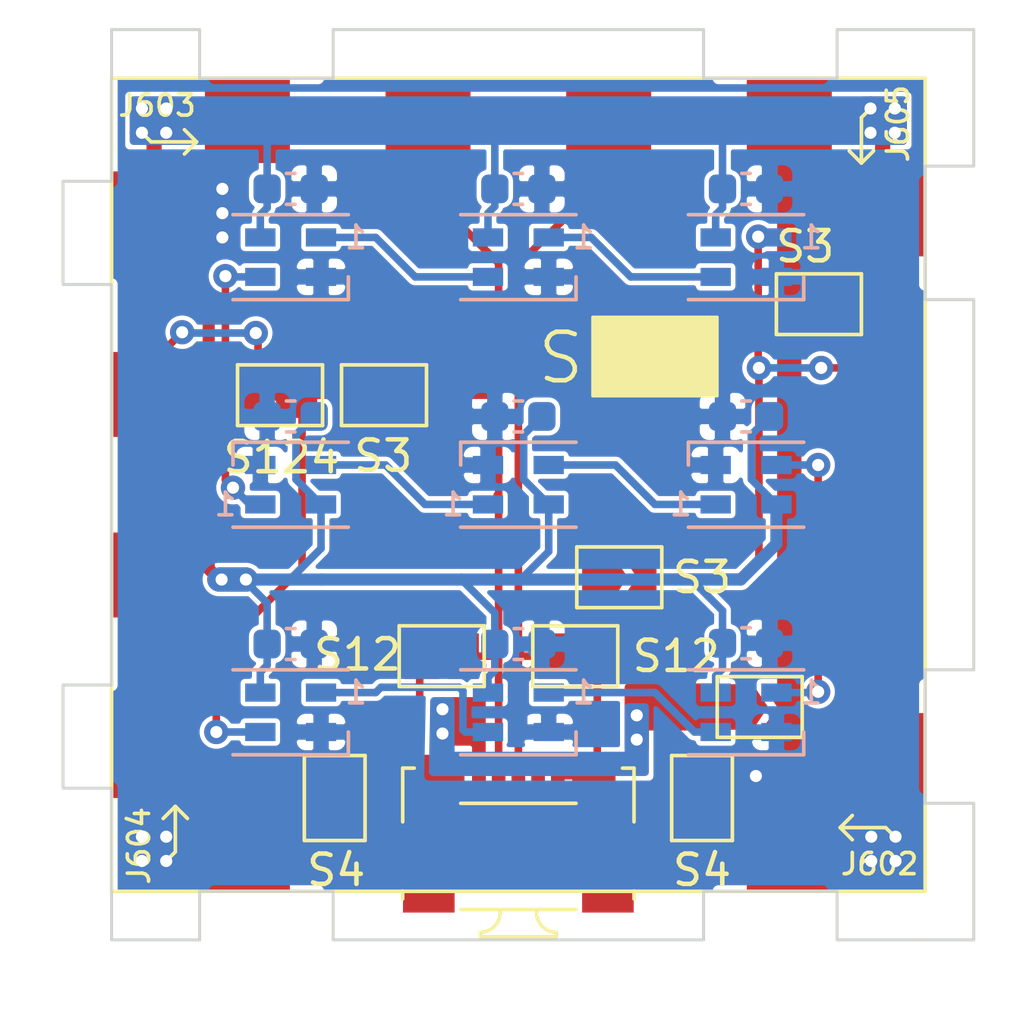
<source format=kicad_pcb>
(kicad_pcb (version 20211014) (generator pcbnew)

  (general
    (thickness 1.6)
  )

  (paper "A4")
  (layers
    (0 "F.Cu" signal)
    (31 "B.Cu" signal)
    (32 "B.Adhes" user "B.Adhesive")
    (33 "F.Adhes" user "F.Adhesive")
    (34 "B.Paste" user)
    (35 "F.Paste" user)
    (36 "B.SilkS" user "B.Silkscreen")
    (37 "F.SilkS" user "F.Silkscreen")
    (38 "B.Mask" user)
    (39 "F.Mask" user)
    (40 "Dwgs.User" user "User.Drawings")
    (41 "Cmts.User" user "User.Comments")
    (42 "Eco1.User" user "User.Eco1")
    (43 "Eco2.User" user "User.Eco2")
    (44 "Edge.Cuts" user)
    (45 "Margin" user)
    (46 "B.CrtYd" user "B.Courtyard")
    (47 "F.CrtYd" user "F.Courtyard")
    (48 "B.Fab" user)
    (49 "F.Fab" user)
  )

  (setup
    (pad_to_mask_clearance 0)
    (pcbplotparams
      (layerselection 0x00010fc_ffffffff)
      (disableapertmacros false)
      (usegerberextensions false)
      (usegerberattributes true)
      (usegerberadvancedattributes true)
      (creategerberjobfile true)
      (svguseinch false)
      (svgprecision 6)
      (excludeedgelayer true)
      (plotframeref false)
      (viasonmask false)
      (mode 1)
      (useauxorigin false)
      (hpglpennumber 1)
      (hpglpenspeed 20)
      (hpglpendiameter 15.000000)
      (dxfpolygonmode true)
      (dxfimperialunits true)
      (dxfusepcbnewfont true)
      (psnegative false)
      (psa4output false)
      (plotreference true)
      (plotvalue true)
      (plotinvisibletext false)
      (sketchpadsonfab false)
      (subtractmaskfromsilk false)
      (outputformat 1)
      (mirror false)
      (drillshape 1)
      (scaleselection 1)
      (outputdirectory "")
    )
  )

  (net 0 "")
  (net 1 "GND")
  (net 2 "VLED")
  (net 3 "/LED_DIN")
  (net 4 "/LED_DOUT")
  (net 5 "Net-(J601-Pad6)")
  (net 6 "Net-(J601-Pad4)")
  (net 7 "/USB_DP")
  (net 8 "/USB_DM")
  (net 9 "VBUS")
  (net 10 "Net-(J602-Pad3)")
  (net 11 "/MULTI_3B")
  (net 12 "Net-(J602-Pad1)")
  (net 13 "Net-(J604-Pad3)")
  (net 14 "Net-(J604-Pad2)")
  (net 15 "Net-(J605-Pad3)")
  (net 16 "Net-(D701-Pad1)")
  (net 17 "Net-(D702-Pad1)")
  (net 18 "Net-(D702-Pad3)")
  (net 19 "Net-(D703-Pad1)")
  (net 20 "Net-(D703-Pad3)")
  (net 21 "Net-(D704-Pad1)")
  (net 22 "Net-(D705-Pad1)")
  (net 23 "Net-(D706-Pad1)")
  (net 24 "Net-(SW601-Pad2)")
  (net 25 "/MULTI_2B")

  (footprint "Jumper:SolderJumper-2_P1.3mm_Open_TrianglePad1.0x1.5mm" (layer "F.Cu") (at 114.9 57.45 180))

  (footprint "Jumper:SolderJumper-2_P1.3mm_Open_TrianglePad1.0x1.5mm" (layer "F.Cu") (at 112.95 70.725))

  (footprint "Jumper:SolderJumper-2_P1.3mm_Open_TrianglePad1.0x1.5mm" (layer "F.Cu") (at 106.875 69.05))

  (footprint "Jumper:SolderJumper-2_P1.3mm_Open_TrianglePad1.0x1.5mm" (layer "F.Cu") (at 108.325 66.45))

  (footprint "Jumper:SolderJumper-2_P1.3mm_Open_TrianglePad1.0x1.5mm" (layer "F.Cu") (at 102.475 69.05 180))

  (footprint "Connector_USB:USB_Micro-B_Molex_47346-0001" (layer "F.Cu") (at 105 74.45))

  (footprint "Jumper:SolderJumper-2_P1.3mm_Open_TrianglePad1.0x1.5mm" (layer "F.Cu") (at 111.05 73.725 90))

  (footprint "Jumper:SolderJumper-2_P1.3mm_Open_TrianglePad1.0x1.5mm" (layer "F.Cu") (at 98.95 73.725 90))

  (footprint "leddie_parts:KSS241G" (layer "F.Cu") (at 105 75.65))

  (footprint "Jumper:SolderJumper-2_P1.3mm_Open_TrianglePad1.0x1.5mm" (layer "F.Cu") (at 100.575 60.45))

  (footprint "leddie_parts:leddie_edgecon" (layer "F.Cu") (at 116.9 63.4))

  (footprint "leddie_parts:leddie_edgecon" (layer "F.Cu") (at 105 51.5 90))

  (footprint "leddie_parts:leddie_edgecon" (layer "F.Cu") (at 93.1 63.4 180))

  (footprint "leddie_parts:leddie_edgecon" (layer "F.Cu") (at 105 75.3 -90))

  (footprint "Jumper:SolderJumper-2_P1.3mm_Open_TrianglePad1.0x1.5mm" (layer "F.Cu") (at 97.15 60.45 180))

  (footprint "Capacitor_SMD:C_0603_1608Metric" (layer "B.Cu") (at 97.5 68.65))

  (footprint "Capacitor_SMD:C_0603_1608Metric" (layer "B.Cu") (at 112.5 61.15 180))

  (footprint "Capacitor_SMD:C_0603_1608Metric" (layer "B.Cu") (at 97.5 53.65))

  (footprint "Capacitor_SMD:C_0603_1608Metric" (layer "B.Cu") (at 105 61.15 180))

  (footprint "Capacitor_SMD:C_0603_1608Metric" (layer "B.Cu") (at 105 53.65))

  (footprint "Capacitor_SMD:C_0603_1608Metric" (layer "B.Cu") (at 112.5 68.625))

  (footprint "Capacitor_SMD:C_0603_1608Metric" (layer "B.Cu") (at 97.5 61.15 180))

  (footprint "Capacitor_SMD:C_0603_1608Metric" (layer "B.Cu") (at 112.5 53.65))

  (footprint "LED_SMD:LED_SK6805_PLCC4_2.4x2.7mm_P1.3mm" (layer "B.Cu") (at 112.5 63.4))

  (footprint "LED_SMD:LED_SK6805_PLCC4_2.4x2.7mm_P1.3mm" (layer "B.Cu") (at 105 63.4))

  (footprint "LED_SMD:LED_SK6805_PLCC4_2.4x2.7mm_P1.3mm" (layer "B.Cu") (at 97.5 63.4))

  (footprint "Capacitor_SMD:C_0603_1608Metric" (layer "B.Cu") (at 105 68.65))

  (footprint "LED_SMD:LED_SK6805_PLCC4_2.4x2.7mm_P1.3mm" (layer "B.Cu") (at 105 55.9 180))

  (footprint "LED_SMD:LED_SK6805_PLCC4_2.4x2.7mm_P1.3mm" (layer "B.Cu") (at 97.5 55.9 180))

  (footprint "LED_SMD:LED_SK6805_PLCC4_2.4x2.7mm_P1.3mm" (layer "B.Cu") (at 112.5 55.9 180))

  (footprint "LED_SMD:LED_SK6805_PLCC4_2.4x2.7mm_P1.3mm" (layer "B.Cu") (at 97.5 70.9 180))

  (footprint "LED_SMD:LED_SK6805_PLCC4_2.4x2.7mm_P1.3mm" (layer "B.Cu") (at 105 70.9 180))

  (footprint "LED_SMD:LED_SK6805_PLCC4_2.4x2.7mm_P1.3mm" (layer "B.Cu") (at 112.5 70.9 180))

  (gr_poly
    (pts
      (xy 111.55 60.475)
      (xy 107.45 60.475)
      (xy 107.45 57.875)
      (xy 111.55 57.875)
    ) (layer "F.SilkS") (width 0.1) (fill solid) (tstamp c454102f-dc92-4550-9492-797fc8e6b49c))
  (gr_line (start 118.4 76.8) (end 91.6 76.8) (layer "Dwgs.User") (width 0.15) (tstamp 00000000-0000-0000-0000-000060e6e715))
  (gr_line (start 91.6 76.8) (end 91.6 50) (layer "Dwgs.User") (width 0.15) (tstamp 00000000-0000-0000-0000-000060e6f982))
  (gr_line (start 91.6 50) (end 118.4 50) (layer "Dwgs.User") (width 0.15) (tstamp 00000000-0000-0000-0000-000060e6f9ee))
  (gr_line (start 112.5 47.5) (end 112.5 80.7) (layer "Dwgs.User") (width 0.15) (tstamp 00000000-0000-0000-0000-0000610fbc59))
  (gr_line (start 88.4 70.9) (end 121.6 70.9) (layer "Dwgs.User") (width 0.15) (tstamp 00000000-0000-0000-0000-0000610fbc5c))
  (gr_line (start 88 55.9) (end 121.2 55.9) (layer "Dwgs.User") (width 0.15) (tstamp 00000000-0000-0000-0000-0000610fbc5e))
  (gr_line (start 88 63.4) (end 121.2 63.4) (layer "Dwgs.User") (width 0.15) (tstamp 00000000-0000-0000-0000-000061222863))
  (gr_line (start 97.5 47.5) (end 97.5 80.7) (layer "Dwgs.User") (width 0.15) (tstamp 00000000-0000-0000-0000-00006122792f))
  (gr_line (start 105 47.5) (end 105 80.7) (layer "Dwgs.User") (width 0.15) (tstamp 00000000-0000-0000-0000-000061227a07))
  (gr_line (start 118.4 50) (end 118.4 76.8) (layer "Dwgs.User") (width 0.15) (tstamp a8219a78-6b33-4efa-a789-6a67ce8f7a50))
  (gr_line (start 120 78.4) (end 118.4 78.4) (layer "Edge.Cuts") (width 0.1) (tstamp 00000000-0000-0000-0000-00006044977c))
  (gr_line (start 120 69.5) (end 118.4 69.5) (layer "Edge.Cuts") (width 0.1) (tstamp 00000000-0000-0000-0000-000060449780))
  (gr_line (start 120 57.3) (end 120 69.5) (layer "Edge.Cuts") (width 0.1) (tstamp 00000000-0000-0000-0000-000060449781))
  (gr_line (start 118.4 52.9) (end 118.4 57.3) (layer "Edge.Cuts") (width 0.1) (tstamp 00000000-0000-0000-0000-000060449782))
  (gr_line (start 120 73.9) (end 120 78.4) (layer "Edge.Cuts") (width 0.1) (tstamp 00000000-0000-0000-0000-000060449783))
  (gr_line (start 120 57.3) (end 118.4 57.3) (layer "Edge.Cuts") (width 0.1) (tstamp 00000000-0000-0000-0000-000060449784))
  (gr_line (start 118.4 73.9) (end 120 73.9) (layer "Edge.Cuts") (width 0.1) (tstamp 00000000-0000-0000-0000-000060449785))
  (gr_line (start 118.4 69.5) (end 118.4 73.9) (layer "Edge.Cuts") (width 0.1) (tstamp 00000000-0000-0000-0000-000060449786))
  (gr_line (start 120 52.9) (end 118.4 52.9) (layer "Edge.Cuts") (width 0.1) (tstamp 00000000-0000-0000-0000-0000604497a4))
  (gr_line (start 120 48.4) (end 120 52.9) (layer "Edge.Cuts") (width 0.1) (tstamp 00000000-0000-0000-0000-0000604497a8))
  (gr_line (start 91.6 73.4) (end 91.6 78.4) (layer "Edge.Cuts") (width 0.1) (tstamp 00000000-0000-0000-0000-0000604498dc))
  (gr_line (start 115.5 76.8) (end 115.5 78.4) (layer "Edge.Cuts") (width 0.1) (tstamp 00000000-0000-0000-0000-0000604498dd))
  (gr_line (start 98.9 76.8) (end 98.9 78.4) (layer "Edge.Cuts") (width 0.1) (tstamp 00000000-0000-0000-0000-0000604498df))
  (gr_line (start 94.5 76.8) (end 98.9 76.8) (layer "Edge.Cuts") (width 0.1) (tstamp 00000000-0000-0000-0000-0000604498e0))
  (gr_line (start 94.5 78.4) (end 94.5 76.8) (layer "Edge.Cuts") (width 0.1) (tstamp 00000000-0000-0000-0000-0000604498e1))
  (gr_line (start 111.1 76.8) (end 115.5 76.8) (layer "Edge.Cuts") (width 0.1) (tstamp 00000000-0000-0000-0000-0000604498e2))
  (gr_line (start 111.1 78.4) (end 111.1 76.8) (layer "Edge.Cuts") (width 0.1) (tstamp 00000000-0000-0000-0000-0000604498e4))
  (gr_line (start 115.5 78.4) (end 118.4 78.4) (layer "Edge.Cuts") (width 0.1) (tstamp 00000000-0000-0000-0000-0000604498e5))
  (gr_line (start 91.6 78.4) (end 94.5 78.4) (layer "Edge.Cuts") (width 0.1) (tstamp 00000000-0000-0000-0000-0000604498e6))
  (gr_line (start 98.9 78.4) (end 111.1 78.4) (layer "Edge.Cuts") (width 0.1) (tstamp 00000000-0000-0000-0000-0000604498e7))
  (gr_line (start 115.5 50) (end 111.1 50) (layer "Edge.Cuts") (width 0.1) (tstamp 00000000-0000-0000-0000-000060e1857b))
  (gr_line (start 115.5 48.4) (end 115.5 50) (layer "Edge.Cuts") (width 0.1) (tstamp 00000000-0000-0000-0000-000060e1857c))
  (gr_line (start 111.1 50) (end 111.1 48.4) (layer "Edge.Cuts") (width 0.1) (tstamp 00000000-0000-0000-0000-000060e1857d))
  (gr_line (start 94.5 50) (end 94.5 48.4) (layer "Edge.Cuts") (width 0.1) (tstamp 00000000-0000-0000-0000-000060e1857e))
  (gr_line (start 98.9 48.4) (end 98.9 50) (layer "Edge.Cuts") (width 0.1) (tstamp 00000000-0000-0000-0000-000060e18582))
  (gr_line (start 98.9 50) (end 94.5 50) (layer "Edge.Cuts") (width 0.1) (tstamp 00000000-0000-0000-0000-000060e18583))
  (gr_line (start 120 48.4) (end 115.5 48.4) (layer "Edge.Cuts") (width 0.1) (tstamp 00000000-0000-0000-0000-000060e18584))
  (gr_line (start 111.1 48.4) (end 98.9 48.4) (layer "Edge.Cuts") (width 0.1) (tstamp 00000000-0000-0000-0000-000060e18585))
  (gr_line (start 90 73.4) (end 91.6 73.4) (layer "Edge.Cuts") (width 0.1) (tstamp 00000000-0000-0000-0000-000060e186b9))
  (gr_line (start 91.6 53.4) (end 90 53.4) (layer "Edge.Cuts") (width 0.1) (tstamp 00000000-0000-0000-0000-000060e186ba))
  (gr_line (start 90 70) (end 91.6 70) (layer "Edge.Cuts") (width 0.1) (tstamp 00000000-0000-0000-0000-000060e186bb))
  (gr_line (start 91.6 70) (end 91.6 56.8) (layer "Edge.Cuts") (width 0.1) (tstamp 00000000-0000-0000-0000-000060e186bd))
  (gr_line (start 90 56.8) (end 91.6 56.8) (layer "Edge.Cuts") (width 0.1) (tstamp 00000000-0000-0000-0000-000060e186be))
  (gr_line (start 90 53.4) (end 90 56.8) (layer "Edge.Cuts") (width 0.1) (tstamp 00000000-0000-0000-0000-000060e186e5))
  (gr_line (start 90 70) (end 90 73.4) (layer "Edge.Cuts") (width 0.1) (tstamp 00000000-0000-0000-0000-000060e186ec))
  (gr_line (start 94.5 48.4) (end 91.6 48.4) (layer "Edge.Cuts") (width 0.1) (tstamp 00000000-0000-0000-0000-000060e6f9e5))
  (gr_line (start 91.6 50) (end 91.6 48.4) (layer "Edge.Cuts") (width 0.1) (tstamp 00000000-0000-0000-0000-000060e6f9e8))
  (gr_line (start 91.6 53.4) (end 91.6 50) (layer "Edge.Cuts") (width 0.1) (tstamp 00000000-0000-0000-0000-000060e6f9eb))
  (gr_text "S12" (at 110.2 69.05) (layer "F.SilkS") (tstamp 00000000-0000-0000-0000-000060fc1d5c)
    (effects (font (size 1 1) (thickness 0.15)))
  )
  (gr_text "S12" (at 99.7 69) (layer "F.SilkS") (tstamp 00000000-0000-0000-0000-000060fc563e)
    (effects (font (size 1 1) (thickness 0.15)))
  )
  (gr_text "S3" (at 100.55 62.45) (layer "F.SilkS") (tstamp 00000000-0000-0000-0000-0000610fdd6e)
    (effects (font (size 1 1) (thickness 0.15)))
  )
  (gr_text "S3" (at 111.05 66.45) (layer "F.SilkS") (tstamp 00000000-0000-0000-0000-00006122695b)
    (effects (font (size 1 1) (thickness 0.15)))
  )
  (gr_text "S4" (at 99 76.1) (layer "F.SilkS") (tstamp 00000000-0000-0000-0000-00006122771d)
    (effects (font (size 1 1) (thickness 0.15)))
  )
  (gr_text "S" (at 106.4 59.225) (layer "F.SilkS") (tstamp 501880c3-8633-456f-9add-0e8fa1932ba6)
    (effects (font (size 1.6 1.6) (thickness 0.15)))
  )
  (gr_text "S3" (at 114.45 55.55) (layer "F.SilkS") (tstamp 528fd7da-c9a6-40ae-9f1a-60f6a7f4d534)
    (effects (font (size 1 1) (thickness 0.15)))
  )
  (gr_text "S4" (at 111.05 76.1) (layer "F.SilkS") (tstamp 6afc19cf-38b4-47a3-bc2b-445b18724310)
    (effects (font (size 1 1) (thickness 0.15)))
  )
  (gr_text "S124" (at 97.2 62.5) (layer "F.SilkS") (tstamp 7a879184-fad8-4feb-afb5-86fe8d34f1f7)
    (effects (font (size 1 1) (thickness 0.15)))
  )

  (segment (start 93.000001 74.600001) (end 93.4 75) (width 0.25) (layer "F.Cu") (net 1) (tstamp 01f82238-6335-48fe-8b0a-6853e227345a))
  (segment (start 93 72.325) (end 93.000001 74.600001) (width 0.25) (layer "F.Cu") (net 1) (tstamp 0e249018-17e7-42b3-ae5d-5ebf3ae299ae))
  (segment (start 96.075 75.4) (end 93.799999 75.399999) (width 0.25) (layer "F.Cu") (net 1) (tstamp 34c0bee6-7425-4435-8857-d1fe8dfb6d89))
  (segment (start 117 74.575) (end 117.425 75) (width 0.25) (layer "F.Cu") (net 1) (tstamp 63489ebf-0f52-43a6-a0ab-158b1a7d4988))
  (segment (start 96.075 51.475) (end 95.25 52.3) (width 0.25) (layer "F.Cu") (net 1) (tstamp 6cb93665-0bcd-4104-8633-fffd1811eee0))
  (segment (start 96.075 73.425) (end 96.075 75.4) (width 0.25) (layer "F.Cu") (net 1) (tstamp 7db990e4-92e1-4f99-b4d2-435bbec1ba83))
  (segment (start 95.25 52.3) (end 95.25 53.65) (width 0.25) (layer "F.Cu") (net 1) (tstamp 7f2b3ce3-2f20-426d-b769-e0329b6a8111))
  (segment (start 111.05 73) (end 112.825 73) (width 0.25) (layer "F.Cu") (net 1) (tstamp 8ac400bf-c9b3-4af4-b0a7-9aa9ab4ad17e))
  (segment (start 96.5 73) (end 96.075 73.425) (width 0.25) (layer "F.Cu") (net 1) (tstamp 8efee08b-b92e-4ba6-8722-c058e18114fe))
  (segment (start 96.075 51.4) (end 96.075 51.475) (width 0.25) (layer "F.Cu") (net 1) (tstamp a7f2e97b-29f3-44fd-bf8a-97a3c1528b61))
  (segment (start 98.95 73) (end 96.5 73) (width 0.25) (layer "F.Cu") (net 1) (tstamp cd5e758d-cb66-484a-ae8b-21f53ceee49e))
  (segment (start 93.799999 75.399999) (end 93.4 75) (width 0.25) (layer "F.Cu") (net 1) (tstamp e0830067-5b66-4ce1-b2d1-aaa8af20baf7))
  (segment (start 117 72.325) (end 117 74.575) (width 0.25) (layer "F.Cu") (net 1) (tstamp e6d68f56-4a40-4849-b8d1-13d5ca292900))
  (via (at 95.25 53.65) (size 0.8) (drill 0.4) (layers "F.Cu" "B.Cu") (net 1) (tstamp 00000000-0000-0000-0000-000061225af0))
  (via (at 95.25 54.45) (size 0.8) (drill 0.4) (layers "F.Cu" "B.Cu") (net 1) (tstamp 00000000-0000-0000-0000-000061225af7))
  (via (at 95.25 55.25) (size 0.8) (drill 0.4) (layers "F.Cu" "B.Cu") (net 1) (tstamp 00000000-0000-0000-0000-000061225af9))
  (via (at 117.425 75.8) (size 0.8) (drill 0.4) (layers "F.Cu" "B.Cu") (net 1) (tstamp 00000000-0000-0000-0000-0000612283e6))
  (via (at 116.625 75.8) (size 0.8) (drill 0.4) (layers "F.Cu" "B.Cu") (net 1) (tstamp 00000000-0000-0000-0000-0000612283e7))
  (via (at 116.625 75) (size 0.8) (drill 0.4) (layers "F.Cu" "B.Cu") (net 1) (tstamp 00000000-0000-0000-0000-0000612283e8))
  (via (at 117.425 75) (size 0.8) (drill 0.4) (layers "F.Cu" "B.Cu") (net 1) (tstamp 00000000-0000-0000-0000-0000612283e9))
  (via (at 92.6 75) (size 0.8) (drill 0.4) (layers "F.Cu" "B.Cu") (net 1) (tstamp 1317ff66-8ecf-46c9-9612-8d2eae03c537))
  (via (at 92.6 75.8) (size 0.8) (drill 0.4) (layers "F.Cu" "B.Cu") (net 1) (tstamp 1755646e-fc08-4e43-a301-d9b3ea704cf6))
  (via (at 112.825 73) (size 0.8) (drill 0.4) (layers "F.Cu" "B.Cu") (net 1) (tstamp 97dcf785-3264-40a1-a36e-8842acab24fb))
  (via (at 93.4 75) (size 0.8) (drill 0.4) (layers "F.Cu" "B.Cu") (net 1) (tstamp ef4533db-6ea4-4b68-b436-8e9575be570d))
  (via (at 93.4 75.8) (size 0.8) (drill 0.4) (layers "F.Cu" "B.Cu") (net 1) (tstamp f5dba25f-5f9b-4770-84f9-c038fb119360))
  (segment (start 105.275 71.55) (end 106 71.55) (width 0.25) (layer "B.Cu") (net 1) (tstamp 13bbfffc-affb-4b43-9eb1-f2ed90a8a919))
  (segment (start 97.55 75) (end 93.4 75) (width 0.25) (layer "B.Cu") (net 1) (tstamp 6cb535a7-247d-4f99-997d-c21b160eadfa))
  (segment (start 105.174999 69.775001) (end 105.174999 71.449999) (width 0.25) (layer "B.Cu") (net 1) (tstamp 71f8d568-0f23-4ff2-8e60-1600ce517a48))
  (segment (start 105.174999 71.449999) (end 105.275 71.55) (width 0.25) (layer "B.Cu") (net 1) (tstamp 7c00778a-4692-4f9b-87d5-2d355077ce1e))
  (segment (start 98.5 71.55) (end 98.5 74.05) (width 0.25) (layer "B.Cu") (net 1) (tstamp 7c5f3091-7791-43b3-8d50-43f6a72274c9))
  (segment (start 105.775 69.175) (end 105.174999 69.775001) (width 0.25) (layer "B.Cu") (net 1) (tstamp 97581b9a-3f6b-4e88-8768-6fdb60e6aca6))
  (segment (start 105.775 68.65) (end 105.775 69.175) (width 0.25) (layer "B.Cu") (net 1) (tstamp dbe92a0d-89cb-4d3f-9497-c2c1d93a3018))
  (segment (start 98.5 74.05) (end 97.55 75) (width 0.25) (layer "B.Cu") (net 1) (tstamp f5c43e09-08d6-4a29-a53a-3b9ea7fb34cd))
  (segment (start 117 54.475) (end 117 52.55) (width 0.25) (layer "F.Cu") (net 2) (tstamp 014d13cd-26ad-4d0e-86ad-a43b541cab14))
  (segment (start 92.999999 52.224999) (end 92.6 51.825) (width 0.25) (layer "F.Cu") (net 2) (tstamp 1427bb3f-0689-4b41-a816-cd79a5202fd0))
  (segment (start 96.024998 66.524998) (end 96.025 66.525) (width 0.25) (layer "F.Cu") (net 2) (tstamp 1b023dd4-5185-4576-b544-68a05b9c360b))
  (segment (start 94.8 65.3) (end 94.8 58) (width 0.4) (layer "F.Cu") (net 2) (tstamp 347562f5-b152-4e7b-8a69-40ca6daaaad4))
  (segment (start 93 54.475) (end 92.999999 52.224999) (width 0.25) (layer "F.Cu") (net 2) (tstamp 59cb2966-1e9c-4b3b-b3c8-7499378d8dde))
  (segment (start 117 56.95) (end 117 54.475) (width 0.5) (layer "F.Cu") (net 2) (tstamp 83021f70-e61e-4ad3-bae7-b9f02b28be4f))
  (segment (start 94.8 65.3) (end 94.8 66.174998) (width 0.4) (layer "F.Cu") (net 2) (tstamp 90f81af1-b6de-44aa-a46b-6504a157ce6c))
  (segment (start 94.8 66.174998) (end 95.15 66.524998) (width 0.4) (layer "F.Cu") (net 2) (tstamp 9e0e6fc0-a269-4822-b93d-4c5e6689ff11))
  (segment (start 116.5 57.45) (end 117 56.95) (width 0.5) (layer "F.Cu") (net 2) (tstamp a25b7e01-1754-4cc9-8a14-3d9c461e5af5))
  (segment (start 95.15 66.524998) (end 96.024998 66.524998) (width 0.8) (layer "F.Cu") (net 2) (tstamp a64aeb89-c24a-493b-9aab-87a6be930bde))
  (segment (start 94.8 58) (end 93 56.2) (width 0.4) (layer "F.Cu") (net 2) (tstamp cb083d38-4f11-4a80-8b19-ab751c405e4a))
  (segment (start 115.625 57.45) (end 116.5 57.45) (width 0.5) (layer "F.Cu") (net 2) (tstamp cc75e5ae-3348-4e7a-bd16-4df685ee47bd))
  (segment (start 93 56.2) (end 93 54.475) (width 0.4) (layer "F.Cu") (net 2) (tstamp f50dae73-c5b5-475d-ac8c-5b555be54fa3))
  (via (at 116.6 51) (size 0.8) (drill 0.4) (layers "F.Cu" "B.Cu") (net 2) (tstamp 00000000-0000-0000-0000-0000610fbc41))
  (via (at 117.4 51) (size 0.8) (drill 0.4) (layers "F.Cu" "B.Cu") (net 2) (tstamp 00000000-0000-0000-0000-0000610fbc42))
  (via (at 117.4 51.8) (size 0.8) (drill 0.4) (layers "F.Cu" "B.Cu") (net 2) (tstamp 00000000-0000-0000-0000-0000610fbc43))
  (via (at 116.6 51.8) (size 0.8) (drill 0.4) (layers "F.Cu" "B.Cu") (net 2) (tstamp 00000000-0000-0000-0000-0000610fbc44))
  (via (at 93.4 51) (size 0.8) (drill 0.4) (layers "F.Cu" "B.Cu") (net 2) (tstamp 63caf46e-0228-40de-b819-c6bd29dd1711))
  (via (at 92.6 51) (size 0.8) (drill 0.4) (layers "F.Cu" "B.Cu") (net 2) (tstamp 8aff0f38-92a8-45ec-b106-b185e93ca3fd))
  (via (at 92.6 51.8) (size 0.8) (drill 0.4) (layers "F.Cu" "B.Cu") (net 2) (tstamp 94a10cae-6ef2-4b64-9d98-fb22aa3306cc))
  (via (at 93.4 51.8) (size 0.8) (drill 0.4) (layers "F.Cu" "B.Cu") (net 2) (tstamp a7fc0812-140f-4d96-9cd8-ead8c1c610b1))
  (via (at 95.225 66.525) (size 0.8) (drill 0.4) (layers "F.Cu" "B.Cu") (net 2) (tstamp cbde200f-1075-469a-89f8-abbdcf30e36a))
  (via (at 96.025 66.525) (size 0.8) (drill 0.4) (layers "F.Cu" "B.Cu") (net 2) (tstamp fa00d3f4-bb71-4b1d-aa40-ae9267e2c41f))
  (segment (start 97.674999 61.750001) (end 97.674999 63.224999) (width 0.25) (layer "B.Cu") (net 2) (tstamp 0cc9bf07-55b9-458f-b8aa-41b2f51fa940))
  (segment (start 111.725 67.55) (end 110.7 66.525) (width 0.25) (layer "B.Cu") (net 2) (tstamp 14094ad2-b562-4efa-8c6f-51d7a3134345))
  (segment (start 96.5 54.5) (end 96.5 55.25) (width 0.25) (layer "B.Cu") (net 2) (tstamp 1cb22080-0f59-4c18-a6e6-8685ef44ec53))
  (segment (start 106 65.6) (end 105.075 66.525) (width 0.25) (layer "B.Cu") (net 2) (tstamp 212bf70c-2324-47d9-8700-59771063baeb))
  (segment (start 104.225 53.65) (end 104.225 54.225) (width 0.25) (layer "B.Cu") (net 2) (tstamp 235067e2-1686-40fe-a9a0-61704311b2b1))
  (segment (start 98.275 61.15) (end 97.674999 61.750001) (width 0.25) (layer "B.Cu") (net 2) (tstamp 241e0c85-4796-48eb-a5a0-1c0f2d6e5910))
  (segment (start 104 54.45) (end 104 55.25) (width 0.25) (layer "B.Cu") (net 2) (tstamp 31f91ec8-56e4-4e08-9ccd-012652772211))
  (segment (start 95.95 66.525) (end 95.150002 66.525) (width 0.8) (layer "B.Cu") (net 2) (tstamp 3249bd81-9fd4-4194-9b4f-2e333b2195b8))
  (segment (start 97.674999 63.224999) (end 98.5 64.05) (width 0.25) (layer "B.Cu") (net 2) (tstamp 363945f6-fbef-42be-99cf-4a8a48434d92))
  (segment (start 105.174999 63.224999) (end 106 64.05) (width 0.25) (layer "B.Cu") (net 2) (tstamp 386ad9e3-71fa-420f-8722-88548b024fc5))
  (segment (start 111.725 53.65) (end 111.725 51.475) (width 0.25) (layer "B.Cu") (net 2) (tstamp 3c9169cc-3a77-4ae0-8afc-cbfc472a28c5))
  (segment (start 104.225 53.65) (end 104.225 51.625) (width 0.25) (layer "B.Cu") (net 2) (tstamp 3e57b728-64e6-4470-8f27-a43c0dd85050))
  (segment (start 110.175 66.525) (end 105.075 66.525) (width 0.4) (layer "B.Cu") (net 2) (tstamp 3efa2ece-8f3f-4a8c-96e9-6ab3ec6f1f70))
  (segment (start 113.5 65.35) (end 112.325 66.525) (width 0.4) (layer "B.Cu") (net 2) (tstamp 430d6d73-9de6-41ca-b788-178d709f4aae))
  (segment (start 105.075 66.525) (end 103.125 66.525) (width 0.4) (layer "B.Cu") (net 2) (tstamp 44035e53-ff94-45ad-801f-55a1ce042a0d))
  (segment (start 111.725 68.625) (end 111.725 67.55) (width 0.25) (layer "B.Cu") (net 2) (tstamp 590fefcc-03e7-45d6-b6c9-e51a7c3c36c4))
  (segment (start 112.674999 63.224999) (end 113.5 64.05) (width 0.25) (layer "B.Cu") (net 2) (tstamp 5d49e9a6-41dd-4072-adde-ef1036c1979b))
  (segment (start 111.5 54.5) (end 111.5 55.25) (width 0.25) (layer "B.Cu") (net 2) (tstamp 5e7c3a32-8dda-4e6a-9838-c94d1f165575))
  (segment (start 111.725 54.275) (end 111.5 54.5) (width 0.25) (layer "B.Cu") (net 2) (tstamp 5f31b97b-d794-46d6-bbd9-7a5638bcf704))
  (segment (start 104.225 68.65) (end 104.225 67.625) (width 0.25) (layer "B.Cu") (net 2) (tstamp 5ff19d63-2cb4-438b-93c4-e66d37a05329))
  (segment (start 96.025 66.525) (end 95.95 66.525) (width 0.4) (layer "B.Cu") (net 2) (tstamp 616287d9-a51f-498c-8b91-be46a0aa3a7f))
  (segment (start 111.725 69.475) (end 111.725 68.625) (width 0.25) (layer "B.Cu") (net 2) (tstamp 633292d3-80c5-4986-be82-ce926e9f09f4))
  (segment (start 104.225 67.625) (end 103.125 66.525) (width 0.25) (layer "B.Cu") (net 2) (tstamp 637f12be-fa48-4ce4-96b2-04c21a8795c8))
  (segment (start 97.475 66.525) (end 95.95 66.525) (width 0.4) (layer "B.Cu") (net 2) (tstamp 6a2bcc72-047b-4846-8583-1109e3552669))
  (segment (start 96.725 54.275) (end 96.5 54.5) (width 0.25) (layer "B.Cu") (net 2) (tstamp 701e1517-e8cf-46f4-b538-98e721c97380))
  (segment (start 110.7 66.525) (end 110.175 66.525) (width 0.25) (layer "B.Cu") (net 2) (tstamp 70d34adf-9bd8-469e-8c77-5c0d7adf511e))
  (segment (start 95.150002 66.525) (end 95.15 66.524998) (width 0.4) (layer "B.Cu") (net 2) (tstamp 718e5c6d-0e4c-46d8-a149-2f2bfc54c7f1))
  (segment (start 111.5 70.25) (end 111.5 69.7) (width 0.25) (layer "B.Cu") (net 2) (tstamp 7744b6ee-910d-401d-b730-65c35d3d8092))
  (segment (start 113.5 64.05) (end 113.5 65.35) (width 0.4) (layer "B.Cu") (net 2) (tstamp 775e8983-a723-43c5-bf00-61681f0840f3))
  (segment (start 96.725 69.35) (end 96.5 69.575) (width 0.25) (layer "B.Cu") (net 2) (tstamp 78f9c3d3-3556-46f6-9744-05ad54b330f0))
  (segment (start 103.125 66.525) (end 98.525 66.525) (width 0.4) (layer "B.Cu") (net 2) (tstamp 7f9683c1-2203-43df-8fa1-719a0dc360df))
  (segment (start 105.775 61.15) (end 105.174999 61.750001) (width 0.25) (layer "B.Cu") (net 2) (tstamp 87a1984f-543d-4f2e-ad8a-7a3a24ee6047))
  (segment (start 96.725 68.65) (end 96.725 69.35) (width 0.25) (layer "B.Cu") (net 2) (tstamp 89c9afdc-c346-4300-a392-5f9dd8c1e5bd))
  (segment (start 96.5 69.575) (end 96.5 70.25) (width 0.25) (layer "B.Cu") (net 2) (tstamp 8b7bbefd-8f78-41f8-809c-2534a5de3b39))
  (segment (start 96.725 53.65) (end 96.725 54.275) (width 0.25) (layer "B.Cu") (net 2) (tstamp 8bdea5f6-7a53-427a-92b8-fd15994c2e8c))
  (segment (start 105.174999 61.750001) (end 105.174999 63.224999) (width 0.25) (layer "B.Cu") (net 2) (tstamp 8cb2cd3a-4ef9-4ae5-b6bc-2b1d16f657d6))
  (segment (start 111.725 53.65) (end 111.725 54.275) (width 0.25) (layer "B.Cu") (net 2) (tstamp 98861672-254d-432b-8e5a-10d885a5ffdc))
  (segment (start 112.325 66.525) (end 110.175 66.525) (width 0.4) (layer "B.Cu") (net 2) (tstamp a0e7a81b-2259-4f8d-8368-ba75f2004714))
  (segment (start 96.725 53.65) (end 96.725 51.525) (width 0.25) (layer "B.Cu") (net 2) (tstamp a599509f-fbb9-4db4-9adf-9e96bab1138d))
  (segment (start 113.275 61.15) (end 112.674999 61.750001) (width 0.25) (layer "B.Cu") (net 2) (tstamp b0054ce1-b60e-41de-a6a2-bf712784dd39))
  (segment (start 104.225 69.525) (end 104.225 68.65) (width 0.25) (layer "B.Cu") (net 2) (tstamp b854a395-bfc6-4140-9640-75d4f9296771))
  (segment (start 106 64.05) (end 106 65.6) (width 0.25) (layer "B.Cu") (net 2) (tstamp be2983fa-f06e-485e-bea1-3dd96b916ec5))
  (segment (start 104.225 54.225) (end 104 54.45) (width 0.25) (layer "B.Cu") (net 2) (tstamp be41ac9e-b8ba-4089-983b-b84269707f1c))
  (segment (start 98.5 64.05) (end 98.5 65.5) (width 0.25) (layer "B.Cu") (net 2) (tstamp c873689a-d206-42f5-aead-9199b4d63f51))
  (segment (start 112.674999 61.750001) (end 112.674999 63.224999) (width 0.25) (layer "B.Cu") (net 2) (tstamp c8ab8246-b2bb-4b06-b45e-2548482466fd))
  (segment (start 96.725 67.3) (end 95.95 66.525) (width 0.25) (layer "B.Cu") (net 2) (tstamp cbebc05a-c4dd-4baf-8c08-196e84e08b27))
  (segment (start 98.5 65.5) (end 97.475 66.525) (width 0.25) (layer "B.Cu") (net 2) (tstamp cee2f43a-7d22-4585-a857-73949bd17a9d))
  (segment (start 104 70.25) (end 104 69.75) (width 0.25) (layer "B.Cu") (net 2) (tstamp d0cd3439-276c-41ba-b38d-f84f6da38415))
  (segment (start 98.525 66.525) (end 97.475 66.525) (width 0.4) (layer "B.Cu") (net 2) (tstamp dc1d84c8-33da-4489-be8e-2a1de3001779))
  (segment (start 111.5 69.7) (end 111.725 69.475) (width 0.25) (layer "B.Cu") (net 2) (tstamp dda1e6ca-91ec-4136-b90b-3c54d79454b9))
  (segment (start 104 69.75) (end 104.225 69.525) (width 0.25) (layer "B.Cu") (net 2) (tstamp f5bf5b4a-5213-48af-a5cd-0d67969d2de6))
  (segment (start 96.725 68.65) (end 96.725 67.3) (width 0.25) (layer "B.Cu") (net 2) (tstamp f7447e92-4293-41c4-be3f-69b30aad1f17))
  (segment (start 97.875 66.125) (end 97.875 60.45) (width 0.25) (layer "F.Cu") (net 3) (tstamp 0b9f21ed-3d41-4f23-ae45-74117a5f3153))
  (segment (start 95.05 71.55) (end 95.05 68.95) (width 0.25) (layer "F.Cu") (net 3) (tstamp 2c95b9a6-9c71-4108-9cde-57ddfdd2dd19))
  (segment (start 95.05 68.95) (end 97.875 66.125) (width 0.25) (layer "F.Cu") (net 3) (tstamp 8486c294-aa7e-43c3-b257-1ca3356dd17a))
  (segment (start 97.875 60.45) (end 99.85 60.45) (width 0.25) (layer "F.Cu") (net 3) (tstamp 946404ba-9297-43ec-9d67-30184041145f))
  (via (at 95.05 71.55) (size 0.8) (drill 0.4) (layers "F.Cu" "B.Cu") (net 3) (tstamp 76afa8e0-9b3a-439d-843c-ad039d3b6354))
  (segment (start 95.05 71.55) (end 96.5 71.55) (width 0.25) (layer "B.Cu") (net 3) (tstamp a76a574b-1cac-43eb-81e6-0e2e278cea39))
  (segment (start 112.375 66.45) (end 112.925 65.9) (width 0.25) (layer "F.Cu") (net 4) (tstamp 10d8ad0e-6a08-4053-92aa-23a15910fd21))
  (segment (start 116.125 59.55) (end 114.974998 59.55) (width 0.25) (layer "F.Cu") (net 4) (tstamp 123968c6-74e7-4754-8c36-08ea08e42555))
  (segment (start 109.05 66.45) (end 112.375 66.45) (width 0.25) (layer "F.Cu") (net 4) (tstamp 2b64d2cb-d62a-4762-97ea-f1b0d4293c4f))
  (segment (start 112.9 55.225) (end 112.9 59.525) (width 0.25) (layer "F.Cu") (net 4) (tstamp 475ed8b3-90bf-48cd-bce5-d8f48b689541))
  (segment (start 112.9 59.525) (end 112.925 59.55) (width 0.25) (layer "F.Cu") (net 4) (tstamp df2a6036-7274-4398-9365-148b6ddab90d))
  (segment (start 117 60.425) (end 116.125 59.55) (width 0.25) (layer "F.Cu") (net 4) (tstamp ee29d712-3378-4507-a00b-003526b29bb1))
  (segment (start 112.925 65.9) (end 112.925 59.55) (width 0.25) (layer "F.Cu") (net 4) (tstamp fc83cd71-1198-4019-87a1-dc154bceead3))
  (via (at 112.925 59.55) (size 0.8) (drill 0.4) (layers "F.Cu" "B.Cu") (net 4) (tstamp 7b766787-7689-40b8-9ef5-c0b1af45a9ae))
  (via (at 114.974998 59.55) (size 0.8) (drill 0.4) (layers "F.Cu" "B.Cu") (net 4) (tstamp 99186658-0361-40ba-ae93-62f23c5622e6))
  (via (at 112.9 55.225) (size 0.8) (drill 0.4) (layers "F.Cu" "B.Cu") (net 4) (tstamp aee7520e-3bfc-435f-a66b-1dd1f5aa6a87))
  (segment (start 112.925 59.55) (end 114.974998 59.55) (width 0.25) (layer "B.Cu") (net 4) (tstamp 5f312b85-6822-40a3-b417-2df49696ca2d))
  (segment (start 102.5125 74.7625) (end 101.625 75.65) (width 0.25) (layer "F.Cu") (net 5) (tstamp 083becc8-e25d-4206-9636-55457650bbe3))
  (segment (start 100.425 74.45) (end 101.625 75.65) (width 0.25) (layer "F.Cu") (net 5) (tstamp 3e3d55c8-e0ea-48fb-8421-a84b7cb7055b))
  (segment (start 109.575 74.45) (end 108.375 75.65) (width 0.25) (layer "F.Cu") (net 5) (tstamp 4a7e3849-3bc9-4bb3-b16a-fab2f5cee0e5))
  (segment (start 98.95 74.45) (end 100.425 74.45) (width 0.25) (layer "F.Cu") (net 5) (tstamp 725cdf26-4b92-46db-bca9-10d930002dda))
  (segment (start 107.4875 73.075) (end 107.4875 74.7625) (width 0.25) (layer "F.Cu") (net 5) (tstamp 79451892-db6b-4999-916d-6392174ee493))
  (segment (start 102.5125 73.075) (end 102.5125 74.7625) (width 0.25) (layer "F.Cu") (net 5) (tstamp 7acd513a-187b-4936-9f93-2e521ce33ad5))
  (segment (start 111.05 74.45) (end 109.575 74.45) (width 0.25) (layer "F.Cu") (net 5) (tstamp 888fd7cb-2fc6-480c-bcfa-0b71303087d3))
  (segment (start 107.4875 74.7625) (end 108.375 75.65) (width 0.25) (layer "F.Cu") (net 5) (tstamp 8e295ed4-82cb-4d9f-8888-7ad2dd4d5129))
  (segment (start 106.55 75.65) (end 108.375 75.65) (width 0.25) (layer "F.Cu") (net 5) (tstamp a92f3b72-ed6d-4d99-9da6-35771bec3c77))
  (segment (start 103.85 75.65) (end 101.625 75.65) (width 0.25) (layer "F.Cu") (net 5) (tstamp aa1c6f47-cbd4-4cbd-8265-e5ac08b7ffc8))
  (segment (start 105 72.99) (end 105 68.9) (width 0.25) (layer "F.Cu") (net 7) (tstamp 051b8cb0-ae77-4e09-98a7-bf2103319e66))
  (segment (start 107.975 53.175) (end 107.975 51.4) (width 0.25) (layer "F.Cu") (net 7) (tstamp 35c09d1f-2914-4d1e-a002-df30af772f3b))
  (segment (start 106.15 69.05) (end 105.15 69.05) (width 0.25) (layer "F.Cu") (net 7) (tstamp 974c48bf-534e-4335-98e1-b0426c783e99))
  (segment (start 105 56.15) (end 107.975 53.175) (width 0.25) (layer "F.Cu") (net 7) (tstamp e2b24e25-1a0d-434a-876b-c595b47d80d2))
  (segment (start 105.15 69.05) (end 105 68.9) (width 0.25) (layer "F.Cu") (net 7) (tstamp f28e56e7-283b-4b9a-ae27-95e89770fbf8))
  (segment (start 105 68.9) (end 105 56.15) (width 0.25) (layer "F.Cu") (net 7) (tstamp fad4c712-0a2e-465d-a9f8-83d26bd66e37))
  (segment (start 104.3 63.75) (end 104.35 63.7) (width 0.25) (layer "F.Cu") (net 8) (tstamp 0d993e48-cea3-4104-9c5a-d8f97b64a3ac))
  (segment (start 104.35 60.4) (end 104.35 56.1) (width 0.25) (layer "F.Cu") (net 8) (tstamp 1c9f6fea-1796-4a2d-80b3-ae22ce51c8f5))
  (segment (start 104.35 72.99) (end 104.35 69.05) (width 0.25) (layer "F.Cu") (net 8) (tstamp 20901d7e-a300-4069-8967-a6a7e97a68bc))
  (segment (start 103.2 69.05) (end 104.35 69.05) (width 0.25) (layer "F.Cu") (net 8) (tstamp 422b10b9-e829-44a2-8808-05edd8cb3050))
  (segment (start 102.025 53.775) (end 102.025 51.4) (width 0.25) (layer "F.Cu") (net 8) (tstamp 73fbe87f-3928-49c2-bf87-839d907c6aef))
  (segment (start 104.35 63.7) (end 104.35 60.4) (width 0.25) (layer "F.Cu") (net 8) (tstamp 86ad0555-08b3-4dde-9a3e-c1e5e29b6615))
  (segment (start 104.35 69.05) (end 104.35 63.7) (width 0.25) (layer "F.Cu") (net 8) (tstamp b12e5309-5d01-40ef-a9c3-8453e00a555e))
  (segment (start 104.3 60.45) (end 104.35 60.4) (width 0.25) (layer "F.Cu") (net 8) (tstamp be6b17f9-34f5-44e9-a4c7-725d2e274a9d))
  (segment (start 104.35 56.1) (end 102.025 53.775) (width 0.25) (layer "F.Cu") (net 8) (tstamp cf21dfe3-ab4f-4ad9-b7cf-dc892d833b13))
  (segment (start 101.3 60.45) (end 104.3 60.45) (width 0.25) (layer "F.Cu") (net 8) (tstamp f56d244f-1fa4-4475-ac1d-f41eed31a48b))
  (segment (start 112.225 70.725) (end 111.4 70.725) (width 0.25) (layer "F.Cu") (net 9) (tstamp 2a6075ae-c7fa-41db-86b8-3f996740bdc2))
  (segment (start 103.4 71.6) (end 103.4 70.8) (width 0.25) (layer "F.Cu") (net 9) (tstamp 98970bf0-1168-4b4e-a1c9-3b0c8d7eaacf))
  (segment (start 102.6 70.8) (end 103.4 70.8) (width 0.25) (layer "F.Cu") (net 9) (tstamp c67ad10d-2f75-4ec6-a139-47058f7f06b2))
  (via (at 108.9 71.8) (size 0.8) (drill 0.4) (layers "F.Cu" "B.Cu") (net 9) (tstamp 00000000-0000-0000-0000-0000610fbe9f))
  (via (at 102.5 71.6) (size 0.8) (drill 0.4) (layers "F.Cu" "B.Cu") (net 9) (tstamp 00000000-0000-0000-0000-000061227430))
  (via (at 108.9 71) (size 0.8) (drill 0.4) (layers "F.Cu" "B.Cu") (net 9) (tstamp 00000000-0000-0000-0000-00006122758a))
  (via (at 102.5 70.8) (size 0.8) (drill 0.4) (layers "F.Cu" "B.Cu") (net 9) (tstamp 5f6afe3e-3cb2-473a-819c-dc94ae52a6be))
  (segment (start 102.025 72.775) (end 102.025 75.4) (width 0.25) (layer "F.Cu") (net 10) (tstamp 12c8f4c9-cb79-4390-b96c-a717c693de17))
  (segment (start 101.75 72.5) (end 102.025 72.775) (width 0.25) (layer "F.Cu") (net 10) (tstamp 12f8e43c-8f83-48d3-a9b5-5f3ebc0b6c43))
  (segment (start 101.75 69.05) (end 101.75 72.5) (width 0.25) (layer "F.Cu") (net 10) (tstamp 4344bc11-e822-474b-8d61-d12211e719b1))
  (segment (start 107.6 66.45) (end 107.6 69.05) (width 0.25) (layer "F.Cu") (net 11) (tstamp 0b4c0f05-c855-4742-bad2-dbf645d5842b))
  (segment (start 107.6 72.85) (end 107.6 75.025) (width 0.25) (layer "F.Cu") (net 11) (tstamp 282c8e53-3acc-42f0-a92a-6aa976b97a93))
  (segment (start 107.46 72.99) (end 107.6 72.85) (width 0.25) (layer "F.Cu") (net 11) (tstamp 5f38bdb2-3657-474e-8e86-d6bb0b298110))
  (segment (start 107.6 69.05) (end 107.6 72.85) (width 0.25) (layer "F.Cu") (net 11) (tstamp 83c5181e-f5ee-453c-ae5c-d7256ba8837d))
  (segment (start 106.3 72.99) (end 107.46 72.99) (width 0.25) (layer "F.Cu") (net 11) (tstamp d72c89a6-7578-4468-964e-2a845431195f))
  (segment (start 107.6 75.025) (end 107.975 75.4) (width 0.25) (layer "F.Cu") (net 11) (tstamp eaa0d51a-ee4e-4d3a-a801-bddb7027e94c))
  (segment (start 113.950004 72.543998) (end 113.950004 75.374996) (width 0.8) (layer "F.Cu") (net 12) (tstamp 05d3e08e-e1f9-46cf-93d0-836d1306d03a))
  (segment (start 113.950004 75.374996) (end 113.925 75.4) (width 0.8) (layer "F.Cu") (net 12) (tstamp ca5b6af8-ca05-4338-b852-b51f2b49b1db))
  (segment (start 113.925 51.4) (end 113.925 72.518994) (width 0.8) (layer "F.Cu") (net 12) (tstamp ea2ea877-1ce1-4cd6-ad19-1da87f51601d))
  (segment (start 113.925 72.518994) (end 113.950004 72.543998) (width 0.8) (layer "F.Cu") (net 12) (tstamp f699494a-77d6-4c73-bd50-29c1c1c5b879))
  (segment (start 96.425 60.45) (end 96.425 58.474988) (width 0.25) (layer "F.Cu") (net 13) (tstamp 1c052668-6749-425a-9a77-35f046c8aa39))
  (segment (start 93 59.3) (end 93.925026 58.374974) (width 0.25) (layer "F.Cu") (net 13) (tstamp aa047297-22f8-4de0-a969-0b3451b8e164))
  (segment (start 93 60.425) (end 93 59.3) (width 0.25) (layer "F.Cu") (net 13) (tstamp b7d06af4-a5b1-447f-9b1a-8b44eb1cc204))
  (segment (start 96.425 58.474988) (end 96.35 58.399988) (width 0.25) (layer "F.Cu") (net 13) (tstamp befdfbe5-f3e5-423b-a34e-7bba3f218536))
  (via (at 96.35 58.399988) (size 0.8) (drill 0.4) (layers "F.Cu" "B.Cu") (net 13) (tstamp 6bd46644-7209-4d4d-acd8-f4c0d045bc61))
  (via (at 93.925026 58.374974) (size 0.8) (drill 0.4) (layers "F.Cu" "B.Cu") (net 13) (tstamp 9db16341-dac0-4aab-9c62-7d88c111c1ce))
  (segment (start 96.35 58.399988) (end 93.95004 58.399988) (width 0.25) (layer "B.Cu") (net 13) (tstamp ab8b0540-9c9f-4195-88f5-7bed0b0a8ed6))
  (segment (start 93.95004 58.399988) (end 93.925026 58.374974) (width 0.25) (layer "B.Cu") (net 13) (tstamp e79c8e11-ed47-4701-ae80-a54cdb6682a5))
  (segment (start 103.25 71.55) (end 103.175001 71.475001) (width 0.25) (layer "B.Cu") (net 16) (tstamp 99e6b8eb-b08e-4d42-84dd-8b7f6765b7b7))
  (segment (start 103.049999 70.074999) (end 100.475001 70.074999) (width 0.25) (layer "B.Cu") (net 16) (tstamp b0b4c3cb-e7ea-49c0-8162-be3bbab3e4ec))
  (segment (start 103.175001 70.200001) (end 103.049999 70.074999) (width 0.25) (layer "B.Cu") (net 16) (tstamp b794d099-f823-4d35-9755-ca1c45247ee9))
  (segment (start 104 71.55) (end 103.25 71.55) (width 0.25) (layer "B.Cu") (net 16) (tstamp db851147-6a1e-4d19-898c-0ba71182359b))
  (segment (start 103.175001 71.475001) (end 103.175001 70.200001) (width 0.25) (layer "B.Cu") (net 16) (tstamp de370984-7922-4327-a0ba-7cd613995df4))
  (segment (start 100.3 70.25) (end 98.5 70.25) (width 0.25) (layer "B.Cu") (net 16) (tstamp df3dc9a2-ba40-4c3a-87fe-61cc8e23d71b))
  (segment (start 100.475001 70.074999) (end 100.3 70.25) (width 0.25) (layer "B.Cu") (net 16) (tstamp e87a6f80-914f-4f62-9c9f-9ba62a88ee3d))
  (segment (start 111.5 64.05) (end 109.5 64.05) (width 0.25) (layer "B.Cu") (net 17) (tstamp 2518d4ea-25cc-4e57-a0d6-8482034e7318))
  (segment (start 109.5 64.05) (end 108.2 62.75) (width 0.25) (layer "B.Cu") (net 17) (tstamp 799e761c-1426-40e9-a069-1f4cb353bfaa))
  (segment (start 108.2 62.75) (end 106 62.75) (width 0.25) (layer "B.Cu") (net 17) (tstamp e69c64f9-717d-4a97-b3df-80325ec2fa63))
  (segment (start 114.87501 63.315685) (end 114.87501 70.224986) (width 0.25) (layer "F.Cu") (net 18) (tstamp 992a2b00-5e28-4edd-88b5-994891512d8d))
  (segment (start 114.87501 62.75) (end 114.87501 63.315685) (width 0.25) (layer "F.Cu") (net 18) (tstamp e70d061b-28f0-4421-ad15-0598604086e8))
  (via (at 114.87501 70.224986) (size 0.8) (drill 0.4) (layers "F.Cu" "B.Cu") (net 18) (tstamp 71af7b65-0e6b-402e-b1a4-b66be507b4dc))
  (via (at 114.87501 62.75) (size 0.8) (drill 0.4) (layers "F.Cu" "B.Cu") (net 18) (tstamp 8bd46048-cab7-4adf-af9a-bc2710c1894c))
  (segment (start 114.849996 70.25) (end 114.87501 70.224986) (width 0.25) (layer "B.Cu") (net 18) (tstamp 02f8904b-a7b2-49dd-b392-764e7e29fb51))
  (segment (start 113.5 70.25) (end 114.849996 70.25) (width 0.25) (layer "B.Cu") (net 18) (tstamp 4fd9bc4f-0ae3-42d4-a1b4-9fb1b2a0a7fd))
  (segment (start 113.5 62.75) (end 114.87501 62.75) (width 0.25) (layer "B.Cu") (net 18) (tstamp 86e98417-f5e4-48ba-8147-ef66cc03dde6))
  (segment (start 104 56.55) (end 101.6 56.55) (width 0.25) (layer "B.Cu") (net 19) (tstamp 18f1018d-5857-4c32-a072-f3de80352f74))
  (segment (start 101.6 56.55) (end 100.3 55.25) (width 0.25) (layer "B.Cu") (net 19) (tstamp 92848721-49b5-4e4c-b042-6fd51e1d562f))
  (segment (start 100.3 55.25) (end 98.5 55.25) (width 0.25) (layer "B.Cu") (net 19) (tstamp db1ed10a-ef86-43bf-93dc-9be76327f6d2))
  (segment (start 95.35 56.525) (end 95.35 63.247218) (width 0.25) (layer "F.Cu") (net 20) (tstamp fa20e708-ec85-4e0b-8402-f74a2724f920))
  (segment (start 95.35 63.247218) (end 95.60001 63.497228) (width 0.25) (layer "F.Cu") (net 20) (tstamp fb35e3b1-aff6-41a7-9cf0-52694b95edeb))
  (via (at 95.35 56.525) (size 0.8) (drill 0.4) (layers "F.Cu" "B.Cu") (net 20) (tstamp bc3b3f93-69e0-44a5-b919-319b81d13095))
  (via (at 95.60001 63.497228) (size 0.8) (drill 0.4) (layers "F.Cu" "B.Cu") (net 20) (tstamp c07eebcc-30d2-439d-8030-faea6ade4486))
  (segment (start 96.5 64.05) (end 96.152782 64.05) (width 0.25) (layer "B.Cu") (net 20) (tstamp 3d552623-2969-4b15-8623-368144f225e9))
  (segment (start 96.5 56.55) (end 95.375 56.55) (width 0.25) (layer "B.Cu") (net 20) (tstamp 8aeae536-fd36-430e-be47-1a856eced2fc))
  (segment (start 96.152782 64.05) (end 95.60001 63.497228) (width 0.25) (layer "B.Cu") (net 20) (tstamp e65bab67-68b7-4b22-a939-6f2c05164d2a))
  (segment (start 95.375 56.55) (end 95.35 56.525) (width 0.25) (layer "B.Cu") (net 20) (tstamp eb473bfd-fc2d-4cf0-8714-6b7dd95b0a03))
  (segment (start 110.8 71.55) (end 109.5 70.25) (width 0.25) (layer "B.Cu") (net 21) (tstamp 015f5586-ba76-4a98-9114-f5cd2c67134d))
  (segment (start 107.75 70.25) (end 106 70.25) (width 0.25) (layer "B.Cu") (net 21) (tstamp 21492bcd-343a-4b2b-b55a-b4586c11bdeb))
  (segment (start 109.5 70.25) (end 107.75 70.25) (width 0.25) (layer "B.Cu") (net 21) (tstamp 46cbe85d-ff47-428e-b187-4ebd50a66e0c))
  (segment (start 111.5 71.55) (end 110.8 71.55) (width 0.25) (layer "B.Cu") (net 21) (tstamp 96315415-cfed-47d2-b3dd-d782358bd0df))
  (segment (start 101.925 64.05) (end 100.625 62.75) (width 0.25) (layer "B.Cu") (net 22) (tstamp 2f424da3-8fae-4941-bc6d-20044787372f))
  (segment (start 104 64.05) (end 101.925 64.05) (width 0.25) (layer "B.Cu") (net 22) (tstamp 541721d1-074b-496e-a833-813044b3e8ca))
  (segment (start 100.625 62.75) (end 98.5 62.75) (width 0.25) (layer "B.Cu") (net 22) (tstamp d05faa1f-5f69-41bf-86d3-2cd224432e1b))
  (segment (start 107.4 55.25) (end 106 55.25) (width 0.25) (layer "B.Cu") (net 23) (tstamp 3bca658b-a598-4669-a7cb-3f9b5f47bb5a))
  (segment (start 111.5 56.55) (end 108.7 56.55) (width 0.25) (layer "B.Cu") (net 23) (tstamp 41485de5-6ed3-4c83-b69e-ef83ae18093c))
  (segment (start 108.7 56.55) (end 107.4 55.25) (width 0.25) (layer "B.Cu") (net 23) (tstamp bef2abc2-bf3e-4a72-ad03-f8da3cd893cb))

  (zone (net 1) (net_name "GND") (layer "F.Cu") (tstamp 00000000-0000-0000-0000-0000612261fb) (hatch edge 0.508)
    (connect_pads yes (clearance 0.15))
    (min_thickness 0.254)
    (fill yes (thermal_gap 0.508) (thermal_bridge_width 0.508))
    (polygon
      (pts
        (xy 92.75 74.6)
        (xy 92.75 72.55)
        (xy 93.25 72.55)
        (xy 93.25 74.6)
        (xy 93.8 74.6)
        (xy 93.8 75.15)
        (xy 95.25 75.15)
        (xy 95.25 75.65)
        (xy 93.8 75.65)
        (xy 93.8 76.2)
        (xy 92.2 76.2)
        (xy 92.2 74.6)
      )
    )
    (filled_polygon
      (layer "F.Cu")
      (pts
        (xy 93.123 74.6)
        (xy 93.12544 74.624776)
        (xy 93.132667 74.648601)
        (xy 93.144403 74.670557)
        (xy 93.160197 74.689803)
        (xy 93.179443 74.705597)
        (xy 93.201399 74.717333)
        (xy 93.225224 74.72456)
        (xy 93.25 74.727)
        (xy 93.673 74.727)
        (xy 93.673 75.15)
        (xy 93.67544 75.174776)
        (xy 93.682667 75.198601)
        (xy 93.694403 75.220557)
        (xy 93.710197 75.239803)
        (xy 93.729443 75.255597)
        (xy 93.751399 75.267333)
        (xy 93.775224 75.27456)
        (xy 93.8 75.277)
        (xy 95.123 75.277)
        (xy 95.123 75.523)
        (xy 93.8 75.523)
        (xy 93.775224 75.52544)
        (xy 93.751399 75.532667)
        (xy 93.729443 75.544403)
        (xy 93.710197 75.560197)
        (xy 93.694403 75.579443)
        (xy 93.682667 75.601399)
        (xy 93.67544 75.625224)
        (xy 93.673 75.65)
        (xy 93.673 76.073)
        (xy 92.327 76.073)
        (xy 92.327 74.727)
        (xy 92.75 74.727)
        (xy 92.774776 74.72456)
        (xy 92.798601 74.717333)
        (xy 92.820557 74.705597)
        (xy 92.839803 74.689803)
        (xy 92.855597 74.670557)
        (xy 92.867333 74.648601)
        (xy 92.87456 74.624776)
        (xy 92.877 74.6)
        (xy 92.877 72.677)
        (xy 93.123 72.677)
      )
    )
  )
  (zone (net 1) (net_name "GND") (layer "F.Cu") (tstamp 00000000-0000-0000-0000-000061229e5f) (hatch edge 0.508)
    (connect_pads yes (clearance 0.15))
    (min_thickness 0.254)
    (fill yes (thermal_gap 0.508) (thermal_bridge_width 0.508))
    (polygon
      (pts
        (xy 116.225 74.6)
        (xy 116.775 74.6)
        (xy 116.775 73.15)
        (xy 117.275 73.15)
        (xy 117.275 74.6)
        (xy 117.825 74.6)
        (xy 117.825 76.2)
        (xy 116.225 76.2)
      )
    )
    (filled_polygon
      (layer "F.Cu")
      (pts
        (xy 117.148 74.6)
        (xy 117.15044 74.624776)
        (xy 117.157667 74.648601)
        (xy 117.169403 74.670557)
        (xy 117.185197 74.689803)
        (xy 117.204443 74.705597)
        (xy 117.226399 74.717333)
        (xy 117.250224 74.72456)
        (xy 117.275 74.727)
        (xy 117.698 74.727)
        (xy 117.698 76.073)
        (xy 116.352 76.073)
        (xy 116.352 74.727)
        (xy 116.775 74.727)
        (xy 116.799776 74.72456)
        (xy 116.823601 74.717333)
        (xy 116.845557 74.705597)
        (xy 116.864803 74.689803)
        (xy 116.880597 74.670557)
        (xy 116.892333 74.648601)
        (xy 116.89956 74.624776)
        (xy 116.902 74.6)
        (xy 116.902 73.277)
        (xy 117.148 73.277)
      )
    )
  )
  (zone (net 2) (net_name "VLED") (layer "F.Cu") (tstamp 00000000-0000-0000-0000-000061229e65) (hatch edge 0.508)
    (connect_pads yes (clearance 0.15))
    (min_thickness 0.254)
    (fill yes (thermal_gap 0.508) (thermal_bridge_width 0.508))
    (polygon
      (pts
        (xy 93.8 52.2)
        (xy 93.25 52.2)
        (xy 93.25 53.65)
        (xy 92.75 53.65)
        (xy 92.75 52.2)
        (xy 92.2 52.2)
        (xy 92.2 50.6)
        (xy 93.8 50.6)
      )
    )
    (filled_polygon
      (layer "F.Cu")
      (pts
        (xy 93.673 52.073)
        (xy 93.25 52.073)
        (xy 93.225224 52.07544)
        (xy 93.201399 52.082667)
        (xy 93.179443 52.094403)
        (xy 93.160197 52.110197)
        (xy 93.144403 52.129443)
        (xy 93.132667 52.151399)
        (xy 93.12544 52.175224)
        (xy 93.123 52.2)
        (xy 93.123 53.523)
        (xy 92.877 53.523)
        (xy 92.877 52.2)
        (xy 92.87456 52.175224)
        (xy 92.867333 52.151399)
        (xy 92.855597 52.129443)
        (xy 92.839803 52.110197)
        (xy 92.820557 52.094403)
        (xy 92.798601 52.082667)
        (xy 92.774776 52.07544)
        (xy 92.75 52.073)
        (xy 92.327 52.073)
        (xy 92.327 50.727)
        (xy 93.673 50.727)
      )
    )
  )
  (zone (net 9) (net_name "VBUS") (layer "F.Cu") (tstamp 00000000-0000-0000-0000-000061229e6e) (hatch edge 0.508)
    (connect_pads yes (clearance 0.15))
    (min_thickness 0.254)
    (fill yes (thermal_gap 0.508) (thermal_bridge_width 0.508))
    (polygon
      (pts
        (xy 111.75 71.5)
        (xy 109.3 71.5)
        (xy 109.3 72.2)
        (xy 108.5 72.2)
        (xy 108.5 69.95)
        (xy 111.75 69.95)
      )
    )
    (filled_polygon
      (layer "F.Cu")
      (pts
        (xy 111.623 71.373)
        (xy 109.3 71.373)
        (xy 109.275224 71.37544)
        (xy 109.251399 71.382667)
        (xy 109.229443 71.394403)
        (xy 109.210197 71.410197)
        (xy 109.194403 71.429443)
        (xy 109.182667 71.451399)
        (xy 109.17544 71.475224)
        (xy 109.173 71.5)
        (xy 109.173 72.073)
        (xy 108.627 72.073)
        (xy 108.627 70.077)
        (xy 111.623 70.077)
      )
    )
  )
  (zone (net 2) (net_name "VLED") (layer "F.Cu") (tstamp 00000000-0000-0000-0000-000061229e71) (hatch edge 0.508)
    (connect_pads yes (clearance 0.15))
    (min_thickness 0.254)
    (fill yes (thermal_gap 0.508) (thermal_bridge_width 0.508))
    (polygon
      (pts
        (xy 117.8 52.2)
        (xy 117.25 52.2)
        (xy 117.25 53.65)
        (xy 116.75 53.65)
        (xy 116.75 52.2)
        (xy 116.2 52.2)
        (xy 116.2 50.6)
        (xy 117.8 50.6)
      )
    )
    (filled_polygon
      (layer "F.Cu")
      (pts
        (xy 117.673 52.073)
        (xy 117.25 52.073)
        (xy 117.225224 52.07544)
        (xy 117.201399 52.082667)
        (xy 117.179443 52.094403)
        (xy 117.160197 52.110197)
        (xy 117.144403 52.129443)
        (xy 117.132667 52.151399)
        (xy 117.12544 52.175224)
        (xy 117.123 52.2)
        (xy 117.123 53.523)
        (xy 116.877 53.523)
        (xy 116.877 52.2)
        (xy 116.87456 52.175224)
        (xy 116.867333 52.151399)
        (xy 116.855597 52.129443)
        (xy 116.839803 52.110197)
        (xy 116.820557 52.094403)
        (xy 116.798601 52.082667)
        (xy 116.774776 52.07544)
        (xy 116.75 52.073)
        (xy 116.327 52.073)
        (xy 116.327 50.727)
        (xy 117.673 50.727)
      )
    )
  )
  (zone (net 9) (net_name "VBUS") (layer "F.Cu") (tstamp 00000000-0000-0000-0000-000061229e74) (hatch edge 0.508)
    (connect_pads (clearance 0))
    (min_thickness 0.3)
    (fill yes (thermal_gap 0) (thermal_bridge_width 1.1))
    (polygon
      (pts
        (xy 103.925 70.4)
        (xy 103.925 72)
        (xy 103.925 73.675)
        (xy 103.475 73.675)
        (xy 103.475 72.05)
        (xy 103.425 72)
        (xy 102.1 72)
        (xy 102.1 70.4)
        (xy 103.8 70.4)
      )
    )
    (filled_polygon
      (layer "F.Cu")
      (pts
        (xy 103.775 73.41)
        (xy 103.625 73.41)
        (xy 103.625 72.05)
        (xy 103.622118 72.020736)
        (xy 103.613582 71.992597)
        (xy 103.59972 71.966664)
        (xy 103.581066 71.943934)
        (xy 103.531066 71.893934)
        (xy 103.508336 71.87528)
        (xy 103.482403 71.861418)
        (xy 103.454264 71.852882)
        (xy 103.425 71.85)
        (xy 102.25 71.85)
        (xy 102.25 70.55)
        (xy 103.775 70.55)
      )
    )
  )
  (zone (net 1) (net_name "GND") (layer "F.Cu") (tstamp b54cae5b-c17c-4ed7-b249-2e7d5e83609a) (hatch edge 0.508)
    (connect_pads yes (clearance 0.15))
    (min_thickness 0.15)
    (fill yes (thermal_gap 0.3) (thermal_bridge_width 0.3))
    (polygon
      (pts
        (xy 95.65 52.35)
        (xy 95.65 55.65)
        (xy 94.85 55.65)
        (xy 94.85 50.3)
        (xy 96.65 50.3)
      )
    )
    (filled_polygon
      (layer "F.Cu")
      (pts
        (xy 95.582592 52.317118)
        (xy 95.577473 52.330901)
        (xy 95.575 52.35)
        (xy 95.575 55.575)
        (xy 94.925 55.575)
        (xy 94.925 50.375)
        (xy 96.529967 50.375)
      )
    )
  )
  (zone (net 2) (net_name "VLED") (layer "B.Cu") (tstamp 00000000-0000-0000-0000-0000612267f9) (hatch edge 0.508)
    (priority 1)
    (connect_pads yes (clearance 0.15))
    (min_thickness 0.254)
    (fill yes (thermal_gap 0.508) (thermal_bridge_width 0.508))
    (polygon
      (pts
        (xy 117.8 52.2)
        (xy 92.2 52.2)
        (xy 92.2 50.6)
        (xy 117.8 50.6)
      )
    )
    (filled_polygon
      (layer "B.Cu")
      (pts
        (xy 117.673 52.073)
        (xy 92.327 52.073)
        (xy 92.327 50.727)
        (xy 117.673 50.727)
      )
    )
  )
  (zone (net 1) (net_name "GND") (layer "B.Cu") (tstamp 00000000-0000-0000-0000-000061229e68) (hatch edge 0.508)
    (connect_pads (clearance 0.15))
    (min_thickness 0.15)
    (fill yes (thermal_gap 0.3) (thermal_bridge_width 0.508))
    (polygon
      (pts
        (xy 118.4 76.8)
        (xy 91.6 76.8)
        (xy 91.6 50)
        (xy 118.4 50)
      )
    )
    (filled_polygon
      (layer "B.Cu")
      (pts
        (xy 94.744704 50.105747)
        (xy 94.77024 50.153521)
        (xy 94.804605 50.195395)
        (xy 94.846479 50.22976)
        (xy 94.894253 50.255296)
        (xy 94.946091 50.27102)
        (xy 95 50.27633)
        (xy 95.013502 50.275)
        (xy 98.386498 50.275)
        (xy 98.4 50.27633)
        (xy 98.453909 50.27102)
        (xy 98.505747 50.255296)
        (xy 98.553521 50.22976)
        (xy 98.595395 50.195395)
        (xy 98.62976 50.153521)
        (xy 98.655296 50.105747)
        (xy 98.664622 50.075)
        (xy 111.335378 50.075)
        (xy 111.344704 50.105747)
        (xy 111.37024 50.153521)
        (xy 111.404605 50.195395)
        (xy 111.446479 50.22976)
        (xy 111.494253 50.255296)
        (xy 111.546091 50.27102)
        (xy 111.6 50.27633)
        (xy 111.613502 50.275)
        (xy 114.986498 50.275)
        (xy 115 50.27633)
        (xy 115.053909 50.27102)
        (xy 115.105747 50.255296)
        (xy 115.153521 50.22976)
        (xy 115.195395 50.195395)
        (xy 115.22976 50.153521)
        (xy 115.255296 50.105747)
        (xy 115.264622 50.075)
        (xy 118.325 50.075)
        (xy 118.325 53.135378)
        (xy 118.294253 53.144704)
        (xy 118.246479 53.17024)
        (xy 118.204605 53.204605)
        (xy 118.17024 53.246479)
        (xy 118.144704 53.294253)
        (xy 118.12898 53.346091)
        (xy 118.12367 53.4)
        (xy 118.125 53.413502)
        (xy 118.125001 56.786487)
        (xy 118.12367 56.8)
        (xy 118.12898 56.853909)
        (xy 118.144704 56.905747)
        (xy 118.17024 56.953521)
        (xy 118.204605 56.995395)
        (xy 118.246479 57.02976)
        (xy 118.294253 57.055296)
        (xy 118.325 57.064622)
        (xy 118.325 69.735378)
        (xy 118.294253 69.744704)
        (xy 118.246479 69.77024)
        (xy 118.204605 69.804605)
        (xy 118.17024 69.846479)
        (xy 118.144704 69.894253)
        (xy 118.12898 69.946091)
        (xy 118.12367 70)
        (xy 118.125 70.013502)
        (xy 118.125001 73.386487)
        (xy 118.12367 73.4)
        (xy 118.12898 73.453909)
        (xy 118.144704 73.505747)
        (xy 118.17024 73.553521)
        (xy 118.204605 73.595395)
        (xy 118.246479 73.62976)
        (xy 118.294253 73.655296)
        (xy 118.325 73.664622)
        (xy 118.325 76.725)
        (xy 115.264622 76.725)
        (xy 115.255296 76.694253)
        (xy 115.22976 76.646479)
        (xy 115.195395 76.604605)
        (xy 115.153521 76.57024)
        (xy 115.105747 76.544704)
        (xy 115.053909 76.52898)
        (xy 115.013503 76.525)
        (xy 115.013502 76.525)
        (xy 115 76.52367)
        (xy 114.986497 76.525)
        (xy 111.613503 76.525)
        (xy 111.6 76.52367)
        (xy 111.586498 76.525)
        (xy 111.586497 76.525)
        (xy 111.546091 76.52898)
        (xy 111.494253 76.544704)
        (xy 111.446479 76.57024)
        (xy 111.404605 76.604605)
        (xy 111.37024 76.646479)
        (xy 111.344704 76.694253)
        (xy 111.335378 76.725)
        (xy 98.664622 76.725)
        (xy 98.655296 76.694253)
        (xy 98.62976 76.646479)
        (xy 98.595395 76.604605)
        (xy 98.553521 76.57024)
        (xy 98.505747 76.544704)
        (xy 98.453909 76.52898)
        (xy 98.413503 76.525)
        (xy 98.413502 76.525)
        (xy 98.4 76.52367)
        (xy 98.386497 76.525)
        (xy 95.013503 76.525)
        (xy 95 76.52367)
        (xy 94.986498 76.525)
        (xy 94.986497 76.525)
        (xy 94.946091 76.52898)
        (xy 94.894253 76.544704)
        (xy 94.846479 76.57024)
        (xy 94.804605 76.604605)
        (xy 94.77024 76.646479)
        (xy 94.744704 76.694253)
        (xy 94.735378 76.725)
        (xy 91.875 76.725)
        (xy 91.875 73.413503)
        (xy 91.87633 73.4)
        (xy 91.87102 73.346091)
        (xy 91.855296 73.294253)
        (xy 91.82976 73.246479)
        (xy 91.795395 73.204605)
        (xy 91.753521 73.17024)
        (xy 91.705747 73.144704)
        (xy 91.675 73.135378)
        (xy 91.675 71.488443)
        (xy 94.425 71.488443)
        (xy 94.425 71.611557)
        (xy 94.449019 71.732306)
        (xy 94.496132 71.846048)
        (xy 94.564531 71.948414)
        (xy 94.651586 72.035469)
        (xy 94.753952 72.103868)
        (xy 94.867694 72.150981)
        (xy 94.988443 72.175)
        (xy 95.111557 72.175)
        (xy 95.232306 72.150981)
        (xy 95.346048 72.103868)
        (xy 95.448414 72.035469)
        (xy 95.535469 71.948414)
        (xy 95.567818 71.9)
        (xy 95.780043 71.9)
        (xy 95.791122 71.93652)
        (xy 95.812015 71.975608)
        (xy 95.840132 72.009868)
        (xy 95.874392 72.037985)
        (xy 95.91348 72.058878)
        (xy 95.955892 72.071744)
        (xy 96 72.076088)
        (xy 97 72.076088)
        (xy 97.044108 72.071744)
        (xy 97.08652 72.058878)
        (xy 97.125608 72.037985)
        (xy 97.159868 72.009868)
        (xy 97.187985 71.975608)
        (xy 97.208878 71.93652)
        (xy 97.221744 71.894108)
        (xy 97.226088 71.85)
        (xy 97.623186 71.85)
        (xy 97.630426 71.923513)
        (xy 97.651869 71.9942)
        (xy 97.686691 72.059347)
        (xy 97.733552 72.116448)
        (xy 97.790653 72.163309)
        (xy 97.8558 72.198131)
        (xy 97.926487 72.219574)
        (xy 98 72.226814)
        (xy 98.22725 72.225)
        (xy 98.321 72.13125)
        (xy 98.321 71.729)
        (xy 98.679 71.729)
        (xy 98.679 72.13125)
        (xy 98.77275 72.225)
        (xy 99 72.226814)
        (xy 99.073513 72.219574)
        (xy 99.1442 72.198131)
        (xy 99.209347 72.163309)
        (xy 99.266448 72.116448)
        (xy 99.313309 72.059347)
        (xy 99.348131 71.9942)
        (xy 99.369574 71.923513)
        (xy 99.376814 71.85)
        (xy 99.375 71.82275)
        (xy 99.28125 71.729)
        (xy 98.679 71.729)
        (xy 98.321 71.729)
        (xy 97.71875 71.729)
        (xy 97.625 71.82275)
        (xy 97.623186 71.85)
        (xy 97.226088 71.85)
        (xy 97.226088 71.25)
        (xy 97.623186 71.25)
        (xy 97.625 71.27725)
        (xy 97.71875 71.371)
        (xy 98.321 71.371)
        (xy 98.321 70.96875)
        (xy 98.679 70.96875)
        (xy 98.679 71.371)
        (xy 99.28125 71.371)
        (xy 99.375 71.27725)
        (xy 99.376814 71.25)
        (xy 99.369574 71.176487)
        (xy 99.348131 71.1058)
        (xy 99.313309 71.040653)
        (xy 99.266448 70.983552)
        (xy 99.209347 70.936691)
        (xy 99.1442 70.901869)
        (xy 99.073513 70.880426)
        (xy 99 70.873186)
        (xy 98.77275 70.875)
        (xy 98.679 70.96875)
        (xy 98.321 70.96875)
        (xy 98.22725 70.875)
        (xy 98 70.873186)
        (xy 97.926487 70.880426)
        (xy 97.8558 70.901869)
        (xy 97.790653 70.936691)
        (xy 97.733552 70.983552)
        (xy 97.686691 71.040653)
        (xy 97.651869 71.1058)
        (xy 97.630426 71.176487)
        (xy 97.623186 71.25)
        (xy 97.226088 71.25)
        (xy 97.221744 71.205892)
        (xy 97.208878 71.16348)
        (xy 97.187985 71.124392)
        (xy 97.159868 71.090132)
        (xy 97.125608 71.062015)
        (xy 97.08652 71.041122)
        (xy 97.044108 71.028256)
        (xy 97 71.023912)
        (xy 96 71.023912)
        (xy 95.955892 71.028256)
        (xy 95.91348 71.041122)
        (xy 95.874392 71.062015)
        (xy 95.840132 71.090132)
        (xy 95.812015 71.124392)
        (xy 95.791122 71.16348)
        (xy 95.780043 71.2)
        (xy 95.567818 71.2)
        (xy 95.535469 71.151586)
        (xy 95.448414 71.064531)
        (xy 95.346048 70.996132)
        (xy 95.232306 70.949019)
        (xy 95.111557 70.925)
        (xy 94.988443 70.925)
        (xy 94.867694 70.949019)
        (xy 94.753952 70.996132)
        (xy 94.651586 71.064531)
        (xy 94.564531 71.151586)
        (xy 94.496132 71.253952)
        (xy 94.449019 71.367694)
        (xy 94.425 71.488443)
        (xy 91.675 71.488443)
        (xy 91.675 70.264622)
        (xy 91.705747 70.255296)
        (xy 91.753521 70.22976)
        (xy 91.795395 70.195395)
        (xy 91.82976 70.153521)
        (xy 91.855296 70.105747)
        (xy 91.87102 70.053909)
        (xy 91.87633 70)
        (xy 91.875 69.986497)
        (xy 91.875 66.525)
        (xy 94.521978 66.525)
        (xy 94.534045 66.647521)
        (xy 94.569783 66.765334)
        (xy 94.627819 66.873911)
        (xy 94.705922 66.96908)
        (xy 94.801091 67.047183)
        (xy 94.909668 67.105219)
        (xy 95.027481 67.140957)
        (xy 95.119298 67.15)
        (xy 96.080026 67.15)
        (xy 96.375001 67.444976)
        (xy 96.375001 67.968803)
        (xy 96.327376 67.983249)
        (xy 96.249389 68.024934)
        (xy 96.181033 68.081033)
        (xy 96.124934 68.149389)
        (xy 96.083249 68.227376)
        (xy 96.05758 68.311997)
        (xy 96.048912 68.4)
        (xy 96.048912 68.9)
        (xy 96.05758 68.988003)
        (xy 96.083249 69.072624)
        (xy 96.124934 69.150611)
        (xy 96.181033 69.218967)
        (xy 96.249389 69.275066)
        (xy 96.285604 69.294423)
        (xy 96.264676 69.315351)
        (xy 96.251315 69.326316)
        (xy 96.207578 69.379611)
        (xy 96.175078 69.440414)
        (xy 96.158649 69.494574)
        (xy 96.155065 69.506389)
        (xy 96.148307 69.575)
        (xy 96.15 69.592189)
        (xy 96.15 69.723912)
        (xy 96 69.723912)
        (xy 95.955892 69.728256)
        (xy 95.91348 69.741122)
        (xy 95.874392 69.762015)
        (xy 95.840132 69.790132)
        (xy 95.812015 69.824392)
        (xy 95.791122 69.86348)
        (xy 95.778256 69.905892)
        (xy 95.773912 69.95)
        (xy 95.773912 70.55)
        (xy 95.778256 70.594108)
        (xy 95.791122 70.63652)
        (xy 95.812015 70.675608)
        (xy 95.840132 70.709868)
        (xy 95.874392 70.737985)
        (xy 95.91348 70.758878)
        (xy 95.955892 70.771744)
        (xy 96 70.776088)
        (xy 97 70.776088)
        (xy 97.044108 70.771744)
        (xy 97.08652 70.758878)
        (xy 97.125608 70.737985)
        (xy 97.159868 70.709868)
        (xy 97.187985 70.675608)
        (xy 97.208878 70.63652)
        (xy 97.221744 70.594108)
        (xy 97.226088 70.55)
        (xy 97.226088 69.95)
        (xy 97.221744 69.905892)
        (xy 97.208878 69.86348)
        (xy 97.187985 69.824392)
        (xy 97.159868 69.790132)
        (xy 97.125608 69.762015)
        (xy 97.08652 69.741122)
        (xy 97.044108 69.728256)
        (xy 97 69.723912)
        (xy 96.85 69.723912)
        (xy 96.85 69.719973)
        (xy 96.960319 69.609654)
        (xy 96.973685 69.598685)
        (xy 97.017422 69.54539)
        (xy 97.049922 69.484587)
        (xy 97.069935 69.418612)
        (xy 97.073777 69.379611)
        (xy 97.076693 69.350001)
        (xy 97.075 69.332812)
        (xy 97.075 69.331197)
        (xy 97.122624 69.316751)
        (xy 97.200611 69.275066)
        (xy 97.268967 69.218967)
        (xy 97.325066 69.150611)
        (xy 97.338755 69.125)
        (xy 97.448186 69.125)
        (xy 97.455426 69.198513)
        (xy 97.476869 69.2692)
        (xy 97.511691 69.334347)
        (xy 97.558552 69.391448)
        (xy 97.615653 69.438309)
        (xy 97.6808 69.473131)
        (xy 97.751487 69.494574)
        (xy 97.825 69.501814)
        (xy 98.00225 69.5)
        (xy 98.096 69.40625)
        (xy 98.096 68.829)
        (xy 98.454 68.829)
        (xy 98.454 69.40625)
        (xy 98.54775 69.5)
        (xy 98.725 69.501814)
        (xy 98.798513 69.494574)
        (xy 98.8692 69.473131)
        (xy 98.934347 69.438309)
        (xy 98.991448 69.391448)
        (xy 99.038309 69.334347)
        (xy 99.073131 69.2692)
        (xy 99.094574 69.198513)
        (xy 99.101814 69.125)
        (xy 99.1 68.92275)
        (xy 99.00625 68.829)
        (xy 98.454 68.829)
        (xy 98.096 68.829)
        (xy 97.54375 68.829)
        (xy 97.45 68.92275)
        (xy 97.448186 69.125)
        (xy 97.338755 69.125)
        (xy 97.366751 69.072624)
        (xy 97.39242 68.988003)
        (xy 97.401088 68.9)
        (xy 97.401088 68.4)
        (xy 97.39242 68.311997)
        (xy 97.366751 68.227376)
        (xy 97.338756 68.175)
        (xy 97.448186 68.175)
        (xy 97.45 68.37725)
        (xy 97.54375 68.471)
        (xy 98.096 68.471)
        (xy 98.096 67.89375)
        (xy 98.454 67.89375)
        (xy 98.454 68.471)
        (xy 99.00625 68.471)
        (xy 99.1 68.37725)
        (xy 99.101814 68.175)
        (xy 99.094574 68.101487)
        (xy 99.073131 68.0308)
        (xy 99.038309 67.965653)
        (xy 98.991448 67.908552)
        (xy 98.934347 67.861691)
        (xy 98.8692 67.826869)
        (xy 98.798513 67.805426)
        (xy 98.725 67.798186)
        (xy 98.54775 67.8)
        (xy 98.454 67.89375)
        (xy 98.096 67.89375)
        (xy 98.00225 67.8)
        (xy 97.825 67.798186)
        (xy 97.751487 67.805426)
        (xy 97.6808 67.826869)
        (xy 97.615653 67.861691)
        (xy 97.558552 67.908552)
        (xy 97.511691 67.965653)
        (xy 97.476869 68.0308)
        (xy 97.455426 68.101487)
        (xy 97.448186 68.175)
        (xy 97.338756 68.175)
        (xy 97.325066 68.149389)
        (xy 97.268967 68.081033)
        (xy 97.200611 68.024934)
        (xy 97.122624 67.983249)
        (xy 97.075 67.968803)
        (xy 97.075 67.317196)
        (xy 97.076694 67.3)
        (xy 97.069935 67.231388)
        (xy 97.049922 67.165413)
        (xy 97.017422 67.10461)
        (xy 96.973685 67.051315)
        (xy 96.96033 67.040355)
        (xy 96.869975 66.95)
        (xy 103.055027 66.95)
        (xy 103.875001 67.769975)
        (xy 103.875001 67.968802)
        (xy 103.827376 67.983249)
        (xy 103.749389 68.024934)
        (xy 103.681033 68.081033)
        (xy 103.624934 68.149389)
        (xy 103.583249 68.227376)
        (xy 103.55758 68.311997)
        (xy 103.548912 68.4)
        (xy 103.548912 68.9)
        (xy 103.55758 68.988003)
        (xy 103.583249 69.072624)
        (xy 103.624934 69.150611)
        (xy 103.681033 69.218967)
        (xy 103.749389 69.275066)
        (xy 103.827376 69.316751)
        (xy 103.875 69.331197)
        (xy 103.875 69.380027)
        (xy 103.764676 69.490351)
        (xy 103.751316 69.501315)
        (xy 103.707579 69.55461)
        (xy 103.68402 69.598685)
        (xy 103.675079 69.615413)
        (xy 103.655065 69.681389)
        (xy 103.650877 69.723912)
        (xy 103.5 69.723912)
        (xy 103.455892 69.728256)
        (xy 103.41348 69.741122)
        (xy 103.374392 69.762015)
        (xy 103.340132 69.790132)
        (xy 103.312015 69.824392)
        (xy 103.306135 69.835393)
        (xy 103.298684 69.826314)
        (xy 103.245389 69.782577)
        (xy 103.184586 69.750077)
        (xy 103.118611 69.730064)
        (xy 103.067188 69.724999)
        (xy 103.067187 69.724999)
        (xy 103.049999 69.723306)
        (xy 103.032811 69.724999)
        (xy 100.49219 69.724999)
        (xy 100.475001 69.723306)
        (xy 100.457812 69.724999)
        (xy 100.406389 69.730064)
        (xy 100.340413 69.750077)
        (xy 100.279611 69.782577)
        (xy 100.226316 69.826314)
        (xy 100.215347 69.83968)
        (xy 100.155027 69.9)
        (xy 99.219957 69.9)
        (xy 99.208878 69.86348)
        (xy 99.187985 69.824392)
        (xy 99.159868 69.790132)
        (xy 99.125608 69.762015)
        (xy 99.08652 69.741122)
        (xy 99.044108 69.728256)
        (xy 99 69.723912)
        (xy 98 69.723912)
        (xy 97.955892 69.728256)
        (xy 97.91348 69.741122)
        (xy 97.874392 69.762015)
        (xy 97.840132 69.790132)
        (xy 97.812015 69.824392)
        (xy 97.791122 69.86348)
        (xy 97.778256 69.905892)
        (xy 97.773912 69.95)
        (xy 97.773912 70.55)
        (xy 97.778256 70.594108)
        (xy 97.791122 70.63652)
        (xy 97.812015 70.675608)
        (xy 97.840132 70.709868)
        (xy 97.874392 70.737985)
        (xy 97.91348 70.758878)
        (xy 97.955892 70.771744)
        (xy 98 70.776088)
        (xy 99 70.776088)
        (xy 99.044108 70.771744)
        (xy 99.08652 70.758878)
        (xy 99.125608 70.737985)
        (xy 99.159868 70.709868)
        (xy 99.187985 70.675608)
        (xy 99.208878 70.63652)
        (xy 99.219957 70.6)
        (xy 100.282812 70.6)
        (xy 100.3 70.601693)
        (xy 100.317188 70.6)
        (xy 100.317189 70.6)
        (xy 100.368612 70.594935)
        (xy 100.434587 70.574922)
        (xy 100.49539 70.542422)
        (xy 100.548685 70.498685)
        (xy 100.559654 70.485319)
        (xy 100.619974 70.424999)
        (xy 101.874478 70.424999)
        (xy 101.825042 72.995674)
        (xy 101.829323 73.043895)
        (xy 101.842127 73.086104)
        (xy 101.862919 73.125003)
        (xy 101.890901 73.159099)
        (xy 101.924997 73.187081)
        (xy 101.963896 73.207873)
        (xy 102.006105 73.220677)
        (xy 102.05 73.225)
        (xy 109.3 73.225)
        (xy 109.343895 73.220677)
        (xy 109.386104 73.207873)
        (xy 109.425003 73.187081)
        (xy 109.459099 73.159099)
        (xy 109.487081 73.125003)
        (xy 109.507873 73.086104)
        (xy 109.520677 73.043895)
        (xy 109.525 73)
        (xy 109.525 70.769973)
        (xy 110.540355 71.78533)
        (xy 110.551315 71.798685)
        (xy 110.57721 71.819936)
        (xy 110.60461 71.842422)
        (xy 110.665413 71.874922)
        (xy 110.731388 71.894935)
        (xy 110.779958 71.899719)
        (xy 110.791122 71.93652)
        (xy 110.812015 71.975608)
        (xy 110.840132 72.009868)
        (xy 110.874392 72.037985)
        (xy 110.91348 72.058878)
        (xy 110.955892 72.071744)
        (xy 111 72.076088)
        (xy 112 72.076088)
        (xy 112.044108 72.071744)
        (xy 112.08652 72.058878)
        (xy 112.125608 72.037985)
        (xy 112.159868 72.009868)
        (xy 112.187985 71.975608)
        (xy 112.208878 71.93652)
        (xy 112.221744 71.894108)
        (xy 112.226088 71.85)
        (xy 112.623186 71.85)
        (xy 112.630426 71.923513)
        (xy 112.651869 71.9942)
        (xy 112.686691 72.059347)
        (xy 112.733552 72.116448)
        (xy 112.790653 72.163309)
        (xy 112.8558 72.198131)
        (xy 112.926487 72.219574)
        (xy 113 72.226814)
        (xy 113.22725 72.225)
        (xy 113.321 72.13125)
        (xy 113.321 71.729)
        (xy 113.679 71.729)
        (xy 113.679 72.13125)
        (xy 113.77275 72.225)
        (xy 114 72.226814)
        (xy 114.073513 72.219574)
        (xy 114.1442 72.198131)
        (xy 114.209347 72.163309)
        (xy 114.266448 72.116448)
        (xy 114.313309 72.059347)
        (xy 114.348131 71.9942)
        (xy 114.369574 71.923513)
        (xy 114.376814 71.85)
        (xy 114.375 71.82275)
        (xy 114.28125 71.729)
        (xy 113.679 71.729)
        (xy 113.321 71.729)
        (xy 112.71875 71.729)
        (xy 112.625 71.82275)
        (xy 112.623186 71.85)
        (xy 112.226088 71.85)
        (xy 112.226088 71.25)
        (xy 112.623186 71.25)
        (xy 112.625 71.27725)
        (xy 112.71875 71.371)
        (xy 113.321 71.371)
        (xy 113.321 70.96875)
        (xy 113.679 70.96875)
        (xy 113.679 71.371)
        (xy 114.28125 71.371)
        (xy 114.375 71.27725)
        (xy 114.376814 71.25)
        (xy 114.369574 71.176487)
        (xy 114.348131 71.1058)
        (xy 114.313309 71.040653)
        (xy 114.266448 70.983552)
        (xy 114.209347 70.936691)
        (xy 114.1442 70.901869)
        (xy 114.073513 70.880426)
        (xy 114 70.873186)
        (xy 113.77275 70.875)
        (xy 113.679 70.96875)
        (xy 113.321 70.96875)
        (xy 113.22725 70.875)
        (xy 113 70.873186)
        (xy 112.926487 70.880426)
        (xy 112.8558 70.901869)
        (xy 112.790653 70.936691)
        (xy 112.733552 70.983552)
        (xy 112.686691 71.040653)
        (xy 112.651869 71.1058)
        (xy 112.630426 71.176487)
        (xy 112.623186 71.25)
        (xy 112.226088 71.25)
        (xy 112.221744 71.205892)
        (xy 112.208878 71.16348)
        (xy 112.187985 71.124392)
        (xy 112.159868 71.090132)
        (xy 112.125608 71.062015)
        (xy 112.08652 71.041122)
        (xy 112.044108 71.028256)
        (xy 112 71.023912)
        (xy 111 71.023912)
        (xy 110.955892 71.028256)
        (xy 110.91348 71.041122)
        (xy 110.874392 71.062015)
        (xy 110.840132 71.090132)
        (xy 110.837867 71.092892)
        (xy 109.759653 70.01468)
        (xy 109.748685 70.001315)
        (xy 109.69539 69.957578)
        (xy 109.634587 69.925078)
        (xy 109.568612 69.905065)
        (xy 109.517189 69.9)
        (xy 109.517188 69.9)
        (xy 109.5 69.898307)
        (xy 109.482812 69.9)
        (xy 106.719957 69.9)
        (xy 106.708878 69.86348)
        (xy 106.687985 69.824392)
        (xy 106.659868 69.790132)
        (xy 106.625608 69.762015)
        (xy 106.58652 69.741122)
        (xy 106.544108 69.728256)
        (xy 106.5 69.723912)
        (xy 105.5 69.723912)
        (xy 105.455892 69.728256)
        (xy 105.41348 69.741122)
        (xy 105.374392 69.762015)
        (xy 105.340132 69.790132)
        (xy 105.312015 69.824392)
        (xy 105.291122 69.86348)
        (xy 105.278256 69.905892)
        (xy 105.273912 69.95)
        (xy 105.273912 70.55)
        (xy 105.278256 70.594108)
        (xy 105.291122 70.63652)
        (xy 105.312015 70.675608)
        (xy 105.340132 70.709868)
        (xy 105.374392 70.737985)
        (xy 105.41348 70.758878)
        (xy 105.455892 70.771744)
        (xy 105.5 70.776088)
        (xy 106.5 70.776088)
        (xy 106.544108 70.771744)
        (xy 106.58652 70.758878)
        (xy 106.625608 70.737985)
        (xy 106.659868 70.709868)
        (xy 106.687985 70.675608)
        (xy 106.708878 70.63652)
        (xy 106.719957 70.6)
        (xy 108.275 70.6)
        (xy 108.275 71.975)
        (xy 106.853955 71.975)
        (xy 106.869574 71.923513)
        (xy 106.876814 71.85)
        (xy 106.875 71.82275)
        (xy 106.78125 71.729)
        (xy 106.179 71.729)
        (xy 106.179 71.749)
        (xy 105.821 71.749)
        (xy 105.821 71.729)
        (xy 105.21875 71.729)
        (xy 105.125 71.82275)
        (xy 105.123186 71.85)
        (xy 105.130426 71.923513)
        (xy 105.146045 71.975)
        (xy 104.68831 71.975)
        (xy 104.708878 71.93652)
        (xy 104.721744 71.894108)
        (xy 104.726088 71.85)
        (xy 104.726088 71.25)
        (xy 105.123186 71.25)
        (xy 105.125 71.27725)
        (xy 105.21875 71.371)
        (xy 105.821 71.371)
        (xy 105.821 70.96875)
        (xy 106.179 70.96875)
        (xy 106.179 71.371)
        (xy 106.78125 71.371)
        (xy 106.875 71.27725)
        (xy 106.876814 71.25)
        (xy 106.869574 71.176487)
        (xy 106.848131 71.1058)
        (xy 106.813309 71.040653)
        (xy 106.766448 70.983552)
        (xy 106.709347 70.936691)
        (xy 106.6442 70.901869)
        (xy 106.573513 70.880426)
        (xy 106.5 70.873186)
        (xy 106.27275 70.875)
        (xy 106.179 70.96875)
        (xy 105.821 70.96875)
        (xy 105.72725 70.875)
        (xy 105.5 70.873186)
        (xy 105.426487 70.880426)
        (xy 105.3558 70.901869)
        (xy 105.290653 70.936691)
        (xy 105.233552 70.983552)
        (xy 105.186691 71.040653)
        (xy 105.151869 71.1058)
        (xy 105.130426 71.176487)
        (xy 105.123186 71.25)
        (xy 104.726088 71.25)
        (xy 104.721744 71.205892)
        (xy 104.708878 71.16348)
        (xy 104.687985 71.124392)
        (xy 104.659868 71.090132)
        (xy 104.625608 71.062015)
        (xy 104.58652 71.041122)
        (xy 104.544108 71.028256)
        (xy 104.5 71.023912)
        (xy 103.525001 71.023912)
        (xy 103.525001 70.776088)
        (xy 104.5 70.776088)
        (xy 104.544108 70.771744)
        (xy 104.58652 70.758878)
        (xy 104.625608 70.737985)
        (xy 104.659868 70.709868)
        (xy 104.687985 70.675608)
        (xy 104.708878 70.63652)
        (xy 104.721744 70.594108)
        (xy 104.726088 70.55)
        (xy 104.726088 69.95)
        (xy 104.721744 69.905892)
        (xy 104.708878 69.86348)
        (xy 104.687985 69.824392)
        (xy 104.659868 69.790132)
        (xy 104.625608 69.762015)
        (xy 104.58652 69.741122)
        (xy 104.544108 69.728256)
        (xy 104.513445 69.725236)
        (xy 104.517422 69.72039)
        (xy 104.549922 69.659587)
        (xy 104.565089 69.609586)
        (xy 104.569935 69.593613)
        (xy 104.576693 69.525001)
        (xy 104.575 69.507812)
        (xy 104.575 69.331197)
        (xy 104.622624 69.316751)
        (xy 104.700611 69.275066)
        (xy 104.768967 69.218967)
        (xy 104.825066 69.150611)
        (xy 104.838755 69.125)
        (xy 104.948186 69.125)
        (xy 104.955426 69.198513)
        (xy 104.976869 69.2692)
        (xy 105.011691 69.334347)
        (xy 105.058552 69.391448)
        (xy 105.115653 69.438309)
        (xy 105.1808 69.473131)
        (xy 105.251487 69.494574)
        (xy 105.325 69.501814)
        (xy 105.50225 69.5)
        (xy 105.596 69.40625)
        (xy 105.596 68.829)
        (xy 105.954 68.829)
        (xy 105.954 69.40625)
        (xy 106.04775 69.5)
        (xy 106.225 69.501814)
        (xy 106.298513 69.494574)
        (xy 106.3692 69.473131)
        (xy 106.434347 69.438309)
        (xy 106.491448 69.391448)
        (xy 106.538309 69.334347)
        (xy 106.573131 69.2692)
        (xy 106.594574 69.198513)
        (xy 106.601814 69.125)
        (xy 106.6 68.92275)
        (xy 106.50625 68.829)
        (xy 105.954 68.829)
        (xy 105.596 68.829)
        (xy 105.04375 68.829)
        (xy 104.95 68.92275)
        (xy 104.948186 69.125)
        (xy 104.838755 69.125)
        (xy 104.866751 69.072624)
        (xy 104.89242 68.988003)
        (xy 104.901088 68.9)
        (xy 104.901088 68.4)
        (xy 104.89242 68.311997)
        (xy 104.866751 68.227376)
        (xy 104.838756 68.175)
        (xy 104.948186 68.175)
        (xy 104.95 68.37725)
        (xy 105.04375 68.471)
        (xy 105.596 68.471)
        (xy 105.596 67.89375)
        (xy 105.954 67.89375)
        (xy 105.954 68.471)
        (xy 106.50625 68.471)
        (xy 106.6 68.37725)
        (xy 106.601814 68.175)
        (xy 106.594574 68.101487)
        (xy 106.573131 68.0308)
        (xy 106.538309 67.965653)
        (xy 106.491448 67.908552)
        (xy 106.434347 67.861691)
        (xy 106.3692 67.826869)
        (xy 106.298513 67.805426)
        (xy 106.225 67.798186)
        (xy 106.04775 67.8)
        (xy 105.954 67.89375)
        (xy 105.596 67.89375)
        (xy 105.50225 67.8)
        (xy 105.325 67.798186)
        (xy 105.251487 67.805426)
        (xy 105.1808 67.826869)
        (xy 105.115653 67.861691)
        (xy 105.058552 67.908552)
        (xy 105.011691 67.965653)
        (xy 104.976869 68.0308)
        (xy 104.955426 68.101487)
        (xy 104.948186 68.175)
        (xy 104.838756 68.175)
        (xy 104.825066 68.149389)
        (xy 104.768967 68.081033)
        (xy 104.700611 68.024934)
        (xy 104.622624 67.983249)
        (xy 104.575 67.968803)
        (xy 104.575 67.642189)
        (xy 104.576693 67.625)
        (xy 104.569935 67.556388)
        (xy 104.562783 67.532811)
        (xy 104.549922 67.490413)
        (xy 104.517422 67.42961)
        (xy 104.473685 67.376315)
        (xy 104.460325 67.365351)
        (xy 104.044974 66.95)
        (xy 110.630027 66.95)
        (xy 111.375001 67.694975)
        (xy 111.375001 67.943803)
        (xy 111.327376 67.958249)
        (xy 111.249389 67.999934)
        (xy 111.181033 68.056033)
        (xy 111.124934 68.124389)
        (xy 111.083249 68.202376)
        (xy 111.05758 68.286997)
        (xy 111.048912 68.375)
        (xy 111.048912 68.875)
        (xy 111.05758 68.963003)
        (xy 111.083249 69.047624)
        (xy 111.124934 69.125611)
        (xy 111.181033 69.193967)
        (xy 111.249389 69.250066)
        (xy 111.327376 69.291751)
        (xy 111.375 69.306197)
        (xy 111.375 69.330027)
        (xy 111.264676 69.440351)
        (xy 111.251316 69.451315)
        (xy 111.207579 69.50461)
        (xy 111.185782 69.54539)
        (xy 111.175079 69.565413)
        (xy 111.155065 69.631389)
        (xy 111.148307 69.7)
        (xy 111.150001 69.717198)
        (xy 111.150001 69.723912)
        (xy 111 69.723912)
        (xy 110.955892 69.728256)
        (xy 110.91348 69.741122)
        (xy 110.874392 69.762015)
        (xy 110.840132 69.790132)
        (xy 110.812015 69.824392)
        (xy 110.791122 69.86348)
        (xy 110.778256 69.905892)
        (xy 110.773912 69.95)
        (xy 110.773912 70.55)
        (xy 110.778256 70.594108)
        (xy 110.791122 70.63652)
        (xy 110.812015 70.675608)
        (xy 110.840132 70.709868)
        (xy 110.874392 70.737985)
        (xy 110.91348 70.758878)
        (xy 110.955892 70.771744)
        (xy 111 70.776088)
        (xy 112 70.776088)
        (xy 112.044108 70.771744)
        (xy 112.08652 70.758878)
        (xy 112.125608 70.737985)
        (xy 112.159868 70.709868)
        (xy 112.187985 70.675608)
        (xy 112.208878 70.63652)
        (xy 112.221744 70.594108)
        (xy 112.226088 70.55)
        (xy 112.226088 69.95)
        (xy 112.773912 69.95)
        (xy 112.773912 70.55)
        (xy 112.778256 70.594108)
        (xy 112.791122 70.63652)
        (xy 112.812015 70.675608)
        (xy 112.840132 70.709868)
        (xy 112.874392 70.737985)
        (xy 112.91348 70.758878)
        (xy 112.955892 70.771744)
        (xy 113 70.776088)
        (xy 114 70.776088)
        (xy 114.044108 70.771744)
        (xy 114.08652 70.758878)
        (xy 114.125608 70.737985)
        (xy 114.159868 70.709868)
        (xy 114.187985 70.675608)
        (xy 114.208878 70.63652)
        (xy 114.219957 70.6)
        (xy 114.373906 70.6)
        (xy 114.389541 70.6234)
        (xy 114.476596 70.710455)
        (xy 114.578962 70.778854)
        (xy 114.692704 70.825967)
        (xy 114.813453 70.849986)
        (xy 114.936567 70.849986)
        (xy 115.057316 70.825967)
        (xy 115.171058 70.778854)
        (xy 115.273424 70.710455)
        (xy 115.360479 70.6234)
        (xy 115.428878 70.521034)
        (xy 115.475991 70.407292)
        (xy 115.50001 70.286543)
        (xy 115.50001 70.163429)
        (xy 115.475991 70.04268)
        (xy 115.428878 69.928938)
        (xy 115.360479 69.826572)
        (xy 115.273424 69.739517)
        (xy 115.171058 69.671118)
        (xy 115.057316 69.624005)
        (xy 114.936567 69.599986)
        (xy 114.813453 69.599986)
        (xy 114.692704 69.624005)
        (xy 114.578962 69.671118)
        (xy 114.476596 69.739517)
        (xy 114.389541 69.826572)
        (xy 114.340478 69.9)
        (xy 114.219957 69.9)
        (xy 114.208878 69.86348)
        (xy 114.187985 69.824392)
        (xy 114.159868 69.790132)
        (xy 114.125608 69.762015)
        (xy 114.08652 69.741122)
        (xy 114.044108 69.728256)
        (xy 114 69.723912)
        (xy 113 69.723912)
        (xy 112.955892 69.728256)
        (xy 112.91348 69.741122)
        (xy 112.874392 69.762015)
        (xy 112.840132 69.790132)
        (xy 112.812015 69.824392)
        (xy 112.791122 69.86348)
        (xy 112.778256 69.905892)
        (xy 112.773912 69.95)
        (xy 112.226088 69.95)
        (xy 112.221744 69.905892)
        (xy 112.208878 69.86348)
        (xy 112.187985 69.824392)
        (xy 112.159868 69.790132)
        (xy 112.125608 69.762015)
        (xy 112.08652 69.741122)
        (xy 112.044108 69.728256)
        (xy 112 69.723912)
        (xy 111.973407 69.723912)
        (xy 111.973684 69.723685)
        (xy 112.017422 69.67039)
        (xy 112.049922 69.609587)
        (xy 112.069935 69.543612)
        (xy 112.073602 69.506388)
        (xy 112.076693 69.475001)
        (xy 112.075 69.457812)
        (xy 112.075 69.306197)
        (xy 112.122624 69.291751)
        (xy 112.200611 69.250066)
        (xy 112.268967 69.193967)
        (xy 112.325066 69.125611)
        (xy 112.338755 69.1)
        (xy 112.448186 69.1)
        (xy 112.455426 69.173513)
        (xy 112.476869 69.2442)
        (xy 112.511691 69.309347)
        (xy 112.558552 69.366448)
        (xy 112.615653 69.413309)
        (xy 112.6808 69.448131)
        (xy 112.751487 69.469574)
        (xy 112.825 69.476814)
        (xy 113.00225 69.475)
        (xy 113.096 69.38125)
        (xy 113.096 68.804)
        (xy 113.454 68.804)
        (xy 113.454 69.38125)
        (xy 113.54775 69.475)
        (xy 113.725 69.476814)
        (xy 113.798513 69.469574)
        (xy 113.8692 69.448131)
        (xy 113.934347 69.413309)
        (xy 113.991448 69.366448)
        (xy 114.038309 69.309347)
        (xy 114.073131 69.2442)
        (xy 114.094574 69.173513)
        (xy 114.101814 69.1)
        (xy 114.1 68.89775)
        (xy 114.00625 68.804)
        (xy 113.454 68.804)
        (xy 113.096 68.804)
        (xy 112.54375 68.804)
        (xy 112.45 68.89775)
        (xy 112.448186 69.1)
        (xy 112.338755 69.1)
        (xy 112.366751 69.047624)
        (xy 112.39242 68.963003)
        (xy 112.401088 68.875)
        (xy 112.401088 68.375)
        (xy 112.39242 68.286997)
        (xy 112.366751 68.202376)
        (xy 112.338756 68.15)
        (xy 112.448186 68.15)
        (xy 112.45 68.35225)
        (xy 112.54375 68.446)
        (xy 113.096 68.446)
        (xy 113.096 67.86875)
        (xy 113.454 67.86875)
        (xy 113.454 68.446)
        (xy 114.00625 68.446)
        (xy 114.1 68.35225)
        (xy 114.101814 68.15)
        (xy 114.094574 68.076487)
        (xy 114.073131 68.0058)
        (xy 114.038309 67.940653)
        (xy 113.991448 67.883552)
        (xy 113.934347 67.836691)
        (xy 113.8692 67.801869)
        (xy 113.798513 67.780426)
        (xy 113.725 67.773186)
        (xy 113.54775 67.775)
        (xy 113.454 67.86875)
        (xy 113.096 67.86875)
        (xy 113.00225 67.775)
        (xy 112.825 67.773186)
        (xy 112.751487 67.780426)
        (xy 112.6808 67.801869)
        (xy 112.615653 67.836691)
        (xy 112.558552 67.883552)
        (xy 112.511691 67.940653)
        (xy 112.476869 68.0058)
        (xy 112.455426 68.076487)
        (xy 112.448186 68.15)
        (xy 112.338756 68.15)
        (xy 112.325066 68.124389)
        (xy 112.268967 68.056033)
        (xy 112.200611 67.999934)
        (xy 112.122624 67.958249)
        (xy 112.075 67.943803)
        (xy 112.075 67.567189)
        (xy 112.076693 67.55)
        (xy 112.069935 67.481388)
        (xy 112.055738 67.434587)
        (xy 112.049922 67.415413)
        (xy 112.017422 67.35461)
        (xy 111.973685 67.301315)
        (xy 111.960325 67.290351)
        (xy 111.619974 66.95)
        (xy 112.304133 66.95)
        (xy 112.325 66.952055)
        (xy 112.345867 66.95)
        (xy 112.345874 66.95)
        (xy 112.408314 66.94385)
        (xy 112.488427 66.919548)
        (xy 112.56226 66.880084)
        (xy 112.626974 66.826974)
        (xy 112.640283 66.810757)
        (xy 113.785762 65.665279)
        (xy 113.801974 65.651974)
        (xy 113.816243 65.634588)
        (xy 113.82153 65.628145)
        (xy 113.855084 65.58726)
        (xy 113.894548 65.513427)
        (xy 113.91885 65.433314)
        (xy 113.925 65.370874)
        (xy 113.925 65.370867)
        (xy 113.927055 65.35)
        (xy 113.925 65.329133)
        (xy 113.925 64.576088)
        (xy 114 64.576088)
        (xy 114.044108 64.571744)
        (xy 114.08652 64.558878)
        (xy 114.125608 64.537985)
        (xy 114.159868 64.509868)
        (xy 114.187985 64.475608)
        (xy 114.208878 64.43652)
        (xy 114.221744 64.394108)
        (xy 114.226088 64.35)
        (xy 114.226088 63.75)
        (xy 114.221744 63.705892)
        (xy 114.208878 63.66348)
        (xy 114.187985 63.624392)
        (xy 114.159868 63.590132)
        (xy 114.125608 63.562015)
        (xy 114.08652 63.541122)
        (xy 114.044108 63.528256)
        (xy 114 63.523912)
        (xy 113.468886 63.523912)
        (xy 113.221062 63.276088)
        (xy 114 63.276088)
        (xy 114.044108 63.271744)
        (xy 114.08652 63.258878)
        (xy 114.125608 63.237985)
        (xy 114.159868 63.209868)
        (xy 114.187985 63.175608)
        (xy 114.208878 63.13652)
        (xy 114.219957 63.1)
        (xy 114.357192 63.1)
        (xy 114.389541 63.148414)
        (xy 114.476596 63.235469)
        (xy 114.578962 63.303868)
        (xy 114.692704 63.350981)
        (xy 114.813453 63.375)
        (xy 114.936567 63.375)
        (xy 115.057316 63.350981)
        (xy 115.171058 63.303868)
        (xy 115.273424 63.235469)
        (xy 115.360479 63.148414)
        (xy 115.428878 63.046048)
        (xy 115.475991 62.932306)
        (xy 115.50001 62.811557)
        (xy 115.50001 62.688443)
        (xy 115.475991 62.567694)
        (xy 115.428878 62.453952)
        (xy 115.360479 62.351586)
        (xy 115.273424 62.264531)
        (xy 115.171058 62.196132)
        (xy 115.057316 62.149019)
        (xy 114.936567 62.125)
        (xy 114.813453 62.125)
        (xy 114.692704 62.149019)
        (xy 114.578962 62.196132)
        (xy 114.476596 62.264531)
        (xy 114.389541 62.351586)
        (xy 114.357192 62.4)
        (xy 114.219957 62.4)
        (xy 114.208878 62.36348)
        (xy 114.187985 62.324392)
        (xy 114.159868 62.290132)
        (xy 114.125608 62.262015)
        (xy 114.08652 62.241122)
        (xy 114.044108 62.228256)
        (xy 114 62.223912)
        (xy 113.024999 62.223912)
        (xy 113.024999 61.894974)
        (xy 113.068886 61.851088)
        (xy 113.5 61.851088)
        (xy 113.588003 61.84242)
        (xy 113.672624 61.816751)
        (xy 113.750611 61.775066)
        (xy 113.818967 61.718967)
        (xy 113.875066 61.650611)
        (xy 113.916751 61.572624)
        (xy 113.94242 61.488003)
        (xy 113.951088 61.4)
        (xy 113.951088 60.9)
        (xy 113.94242 60.811997)
        (xy 113.916751 60.727376)
        (xy 113.875066 60.649389)
        (xy 113.818967 60.581033)
        (xy 113.750611 60.524934)
        (xy 113.672624 60.483249)
        (xy 113.588003 60.45758)
        (xy 113.5 60.448912)
        (xy 113.05 60.448912)
        (xy 112.961997 60.45758)
        (xy 112.877376 60.483249)
        (xy 112.799389 60.524934)
        (xy 112.731033 60.581033)
        (xy 112.674934 60.649389)
        (xy 112.633249 60.727376)
        (xy 112.60758 60.811997)
        (xy 112.598912 60.9)
        (xy 112.598912 61.331114)
        (xy 112.528638 61.401388)
        (xy 112.45625 61.329)
        (xy 111.904 61.329)
        (xy 111.904 61.90625)
        (xy 111.99775 62)
        (xy 112.175 62.001814)
        (xy 112.248513 61.994574)
        (xy 112.3192 61.973131)
        (xy 112.324999 61.970031)
        (xy 112.324999 62.262524)
        (xy 112.313309 62.240653)
        (xy 112.266448 62.183552)
        (xy 112.209347 62.136691)
        (xy 112.1442 62.101869)
        (xy 112.073513 62.080426)
        (xy 112 62.073186)
        (xy 111.77275 62.075)
        (xy 111.679 62.16875)
        (xy 111.679 62.571)
        (xy 111.699 62.571)
        (xy 111.699 62.929)
        (xy 111.679 62.929)
        (xy 111.679 63.33125)
        (xy 111.77275 63.425)
        (xy 112 63.426814)
        (xy 112.073513 63.419574)
        (xy 112.1442 63.398131)
        (xy 112.209347 63.363309)
        (xy 112.266448 63.316448)
        (xy 112.313309 63.259347)
        (xy 112.324607 63.23821)
        (xy 112.330064 63.29361)
        (xy 112.336992 63.316448)
        (xy 112.350078 63.359586)
        (xy 112.382578 63.420389)
        (xy 112.426315 63.473684)
        (xy 112.439675 63.484648)
        (xy 112.773912 63.818886)
        (xy 112.773912 64.35)
        (xy 112.778256 64.394108)
        (xy 112.791122 64.43652)
        (xy 112.812015 64.475608)
        (xy 112.840132 64.509868)
        (xy 112.874392 64.537985)
        (xy 112.91348 64.558878)
        (xy 112.955892 64.571744)
        (xy 113 64.576088)
        (xy 113.075 64.576088)
        (xy 113.075001 65.173958)
        (xy 112.14896 66.1)
        (xy 105.994974 66.1)
        (xy 106.23533 65.859645)
        (xy 106.248685 65.848685)
        (xy 106.292422 65.79539)
        (xy 106.324922 65.734587)
        (xy 106.344935 65.668612)
        (xy 106.348171 65.635761)
        (xy 106.351694 65.6)
        (xy 106.35 65.582804)
        (xy 106.35 64.576088)
        (xy 106.5 64.576088)
        (xy 106.544108 64.571744)
        (xy 106.58652 64.558878)
        (xy 106.625608 64.537985)
        (xy 106.659868 64.509868)
        (xy 106.687985 64.475608)
        (xy 106.708878 64.43652)
        (xy 106.721744 64.394108)
        (xy 106.726088 64.35)
        (xy 106.726088 63.75)
        (xy 106.721744 63.705892)
        (xy 106.708878 63.66348)
        (xy 106.687985 63.624392)
        (xy 106.659868 63.590132)
        (xy 106.625608 63.562015)
        (xy 106.58652 63.541122)
        (xy 106.544108 63.528256)
        (xy 106.5 63.523912)
        (xy 105.968886 63.523912)
        (xy 105.721062 63.276088)
        (xy 106.5 63.276088)
        (xy 106.544108 63.271744)
        (xy 106.58652 63.258878)
        (xy 106.625608 63.237985)
        (xy 106.659868 63.209868)
        (xy 106.687985 63.175608)
        (xy 106.708878 63.13652)
        (xy 106.719957 63.1)
        (xy 108.055027 63.1)
        (xy 109.240355 64.28533)
        (xy 109.251315 64.298685)
        (xy 109.30461 64.342422)
        (xy 109.365413 64.374922)
        (xy 109.431388 64.394935)
        (xy 109.5 64.401693)
        (xy 109.517189 64.4)
        (xy 110.780043 64.4)
        (xy 110.791122 64.43652)
        (xy 110.812015 64.475608)
        (xy 110.840132 64.509868)
        (xy 110.874392 64.537985)
        (xy 110.91348 64.558878)
        (xy 110.955892 64.571744)
        (xy 111 64.576088)
        (xy 112 64.576088)
        (xy 112.044108 64.571744)
        (xy 112.08652 64.558878)
        (xy 112.125608 64.537985)
        (xy 112.159868 64.509868)
        (xy 112.187985 64.475608)
        (xy 112.208878 64.43652)
        (xy 112.221744 64.394108)
        (xy 112.226088 64.35)
        (xy 112.226088 63.75)
        (xy 112.221744 63.705892)
        (xy 112.208878 63.66348)
        (xy 112.187985 63.624392)
        (xy 112.159868 63.590132)
        (xy 112.125608 63.562015)
        (xy 112.08652 63.541122)
        (xy 112.044108 63.528256)
        (xy 112 63.523912)
        (xy 111 63.523912)
        (xy 110.955892 63.528256)
        (xy 110.91348 63.541122)
        (xy 110.874392 63.562015)
        (xy 110.840132 63.590132)
        (xy 110.812015 63.624392)
        (xy 110.791122 63.66348)
        (xy 110.780043 63.7)
        (xy 109.644975 63.7)
        (xy 108.994974 63.05)
        (xy 110.623186 63.05)
        (xy 110.630426 63.123513)
        (xy 110.651869 63.1942)
        (xy 110.686691 63.259347)
        (xy 110.733552 63.316448)
        (xy 110.790653 63.363309)
        (xy 110.8558 63.398131)
        (xy 110.926487 63.419574)
        (xy 111 63.426814)
        (xy 111.22725 63.425)
        (xy 111.321 63.33125)
        (xy 111.321 62.929)
        (xy 110.71875 62.929)
        (xy 110.625 63.02275)
        (xy 110.623186 63.05)
        (xy 108.994974 63.05)
        (xy 108.459653 62.51468)
        (xy 108.448685 62.501315)
        (xy 108.39539 62.457578)
        (xy 108.381213 62.45)
        (xy 110.623186 62.45)
        (xy 110.625 62.47725)
        (xy 110.71875 62.571)
        (xy 111.321 62.571)
        (xy 111.321 62.16875)
        (xy 111.22725 62.075)
        (xy 111 62.073186)
        (xy 110.926487 62.080426)
        (xy 110.8558 62.101869)
        (xy 110.790653 62.136691)
        (xy 110.733552 62.183552)
        (xy 110.686691 62.240653)
        (xy 110.651869 62.3058)
        (xy 110.630426 62.376487)
        (xy 110.623186 62.45)
        (xy 108.381213 62.45)
        (xy 108.334587 62.425078)
        (xy 108.268612 62.405065)
        (xy 108.217189 62.4)
        (xy 108.217188 62.4)
        (xy 108.2 62.398307)
        (xy 108.182812 62.4)
        (xy 106.719957 62.4)
        (xy 106.708878 62.36348)
        (xy 106.687985 62.324392)
        (xy 106.659868 62.290132)
        (xy 106.625608 62.262015)
        (xy 106.58652 62.241122)
        (xy 106.544108 62.228256)
        (xy 106.5 62.223912)
        (xy 105.524999 62.223912)
        (xy 105.524999 61.894974)
        (xy 105.568886 61.851088)
        (xy 106 61.851088)
        (xy 106.088003 61.84242)
        (xy 106.172624 61.816751)
        (xy 106.250611 61.775066)
        (xy 106.318967 61.718967)
        (xy 106.375066 61.650611)
        (xy 106.388755 61.625)
        (xy 110.898186 61.625)
        (xy 110.905426 61.698513)
        (xy 110.926869 61.7692)
        (xy 110.961691 61.834347)
        (xy 111.008552 61.891448)
        (xy 111.065653 61.938309)
        (xy 111.1308 61.973131)
        (xy 111.201487 61.994574)
        (xy 111.275 62.001814)
        (xy 111.45225 62)
        (xy 111.546 61.90625)
        (xy 111.546 61.329)
        (xy 110.99375 61.329)
        (xy 110.9 61.42275)
        (xy 110.898186 61.625)
        (xy 106.388755 61.625)
        (xy 106.416751 61.572624)
        (xy 106.44242 61.488003)
        (xy 106.451088 61.4)
        (xy 106.451088 60.9)
        (xy 106.44242 60.811997)
        (xy 106.416751 60.727376)
        (xy 106.388756 60.675)
        (xy 110.898186 60.675)
        (xy 110.9 60.87725)
        (xy 110.99375 60.971)
        (xy 111.546 60.971)
        (xy 111.546 60.39375)
        (xy 111.904 60.39375)
        (xy 111.904 60.971)
        (xy 112.45625 60.971)
        (xy 112.55 60.87725)
        (xy 112.551814 60.675)
        (xy 112.544574 60.601487)
        (xy 112.523131 60.5308)
        (xy 112.488309 60.465653)
        (xy 112.441448 60.408552)
        (xy 112.384347 60.361691)
        (xy 112.3192 60.326869)
        (xy 112.248513 60.305426)
        (xy 112.175 60.298186)
        (xy 111.99775 60.3)
        (xy 111.904 60.39375)
        (xy 111.546 60.39375)
        (xy 111.45225 60.3)
        (xy 111.275 60.298186)
        (xy 111.201487 60.305426)
        (xy 111.1308 60.326869)
        (xy 111.065653 60.361691)
        (xy 111.008552 60.408552)
        (xy 110.961691 60.465653)
        (xy 110.926869 60.5308)
        (xy 110.905426 60.601487)
        (xy 110.898186 60.675)
        (xy 106.388756 60.675)
        (xy 106.375066 60.649389)
        (xy 106.318967 60.581033)
        (xy 106.250611 60.524934)
        (xy 106.172624 60.483249)
        (xy 106.088003 60.45758)
        (xy 106 60.448912)
        (xy 105.55 60.448912)
        (xy 105.461997 60.45758)
        (xy 105.377376 60.483249)
        (xy 105.299389 60.524934)
        (xy 105.231033 60.581033)
        (xy 105.174934 60.649389)
        (xy 105.133249 60.727376)
        (xy 105.10758 60.811997)
        (xy 105.098912 60.9)
        (xy 105.098912 61.331114)
        (xy 105.028638 61.401388)
        (xy 104.95625 61.329)
        (xy 104.404 61.329)
        (xy 104.404 61.90625)
        (xy 104.49775 62)
        (xy 104.675 62.001814)
        (xy 104.748513 61.994574)
        (xy 104.8192 61.973131)
        (xy 104.824999 61.970031)
        (xy 104.824999 62.262524)
        (xy 104.813309 62.240653)
        (xy 104.766448 62.183552)
        (xy 104.709347 62.136691)
        (xy 104.6442 62.101869)
        (xy 104.573513 62.080426)
        (xy 104.5 62.073186)
        (xy 104.27275 62.075)
        (xy 104.179 62.16875)
        (xy 104.179 62.571)
        (xy 104.199 62.571)
        (xy 104.199 62.929)
        (xy 104.179 62.929)
        (xy 104.179 63.33125)
        (xy 104.27275 63.425)
        (xy 104.5 63.426814)
        (xy 104.573513 63.419574)
        (xy 104.6442 63.398131)
        (xy 104.709347 63.363309)
        (xy 104.766448 63.316448)
        (xy 104.813309 63.259347)
        (xy 104.824607 63.23821)
        (xy 104.830064 63.29361)
        (xy 104.836992 63.316448)
        (xy 104.850078 63.359586)
        (xy 104.882578 63.420389)
        (xy 104.926315 63.473684)
        (xy 104.939675 63.484648)
        (xy 105.273912 63.818886)
        (xy 105.273912 64.35)
        (xy 105.278256 64.394108)
        (xy 105.291122 64.43652)
        (xy 105.312015 64.475608)
        (xy 105.340132 64.509868)
        (xy 105.374392 64.537985)
        (xy 105.41348 64.558878)
        (xy 105.455892 64.571744)
        (xy 105.5 64.576088)
        (xy 105.65 64.576088)
        (xy 105.650001 65.455024)
        (xy 105.005027 66.1)
        (xy 98.394974 66.1)
        (xy 98.735325 65.759649)
        (xy 98.748685 65.748685)
        (xy 98.792422 65.69539)
        (xy 98.824922 65.634587)
        (xy 98.844935 65.568612)
        (xy 98.85 65.517189)
        (xy 98.851693 65.5)
        (xy 98.85 65.482811)
        (xy 98.85 64.576088)
        (xy 99 64.576088)
        (xy 99.044108 64.571744)
        (xy 99.08652 64.558878)
        (xy 99.125608 64.537985)
        (xy 99.159868 64.509868)
        (xy 99.187985 64.475608)
        (xy 99.208878 64.43652)
        (xy 99.221744 64.394108)
        (xy 99.226088 64.35)
        (xy 99.226088 63.75)
        (xy 99.221744 63.705892)
        (xy 99.208878 63.66348)
        (xy 99.187985 63.624392)
        (xy 99.159868 63.590132)
        (xy 99.125608 63.562015)
        (xy 99.08652 63.541122)
        (xy 99.044108 63.528256)
        (xy 99 63.523912)
        (xy 98.468886 63.523912)
        (xy 98.221062 63.276088)
        (xy 99 63.276088)
        (xy 99.044108 63.271744)
        (xy 99.08652 63.258878)
        (xy 99.125608 63.237985)
        (xy 99.159868 63.209868)
        (xy 99.187985 63.175608)
        (xy 99.208878 63.13652)
        (xy 99.219957 63.1)
        (xy 100.480027 63.1)
        (xy 101.665355 64.28533)
        (xy 101.676315 64.298685)
        (xy 101.72961 64.342422)
        (xy 101.790413 64.374922)
        (xy 101.856388 64.394935)
        (xy 101.925 64.401693)
        (xy 101.942189 64.4)
        (xy 103.280043 64.4)
        (xy 103.291122 64.43652)
        (xy 103.312015 64.475608)
        (xy 103.340132 64.509868)
        (xy 103.374392 64.537985)
        (xy 103.41348 64.558878)
        (xy 103.455892 64.571744)
        (xy 103.5 64.576088)
        (xy 104.5 64.576088)
        (xy 104.544108 64.571744)
        (xy 104.58652 64.558878)
        (xy 104.625608 64.537985)
        (xy 104.659868 64.509868)
        (xy 104.687985 64.475608)
        (xy 104.708878 64.43652)
        (xy 104.721744 64.394108)
        (xy 104.726088 64.35)
        (xy 104.726088 63.75)
        (xy 104.721744 63.705892)
        (xy 104.708878 63.66348)
        (xy 104.687985 63.624392)
        (xy 104.659868 63.590132)
        (xy 104.625608 63.562015)
        (xy 104.58652 63.541122)
        (xy 104.544108 63.528256)
        (xy 104.5 63.523912)
        (xy 103.5 63.523912)
        (xy 103.455892 63.528256)
        (xy 103.41348 63.541122)
        (xy 103.374392 63.562015)
        (xy 103.340132 63.590132)
        (xy 103.312015 63.624392)
        (xy 103.291122 63.66348)
        (xy 103.280043 63.7)
        (xy 102.069975 63.7)
        (xy 101.419974 63.05)
        (xy 103.123186 63.05)
        (xy 103.130426 63.123513)
        (xy 103.151869 63.1942)
        (xy 103.186691 63.259347)
        (xy 103.233552 63.316448)
        (xy 103.290653 63.363309)
        (xy 103.3558 63.398131)
        (xy 103.426487 63.419574)
        (xy 103.5 63.426814)
        (xy 103.72725 63.425)
        (xy 103.821 63.33125)
        (xy 103.821 62.929)
        (xy 103.21875 62.929)
        (xy 103.125 63.02275)
        (xy 103.123186 63.05)

... [45680 chars truncated]
</source>
